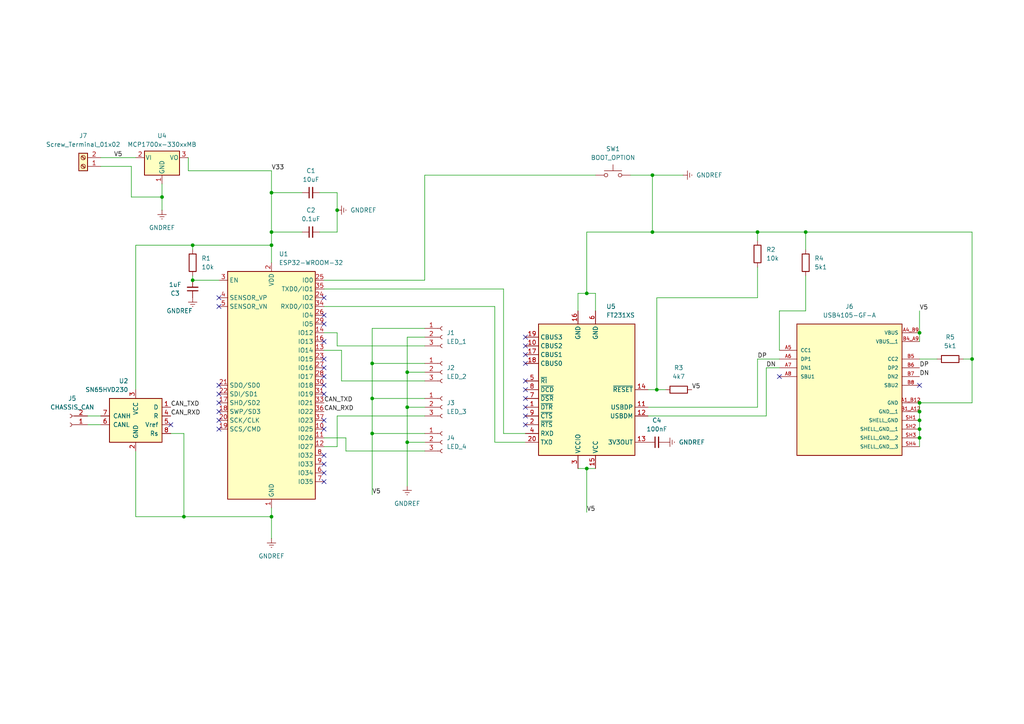
<source format=kicad_sch>
(kicad_sch
	(version 20250114)
	(generator "eeschema")
	(generator_version "9.0")
	(uuid "cbd261f5-f3d0-479a-a94f-73e9fd90407a")
	(paper "A4")
	(lib_symbols
		(symbol "Connector:Conn_01x02_Socket"
			(pin_names
				(offset 1.016)
				(hide yes)
			)
			(exclude_from_sim no)
			(in_bom yes)
			(on_board yes)
			(property "Reference" "J"
				(at 0 2.54 0)
				(effects
					(font
						(size 1.27 1.27)
					)
				)
			)
			(property "Value" "Conn_01x02_Socket"
				(at 0 -5.08 0)
				(effects
					(font
						(size 1.27 1.27)
					)
				)
			)
			(property "Footprint" ""
				(at 0 0 0)
				(effects
					(font
						(size 1.27 1.27)
					)
					(hide yes)
				)
			)
			(property "Datasheet" "~"
				(at 0 0 0)
				(effects
					(font
						(size 1.27 1.27)
					)
					(hide yes)
				)
			)
			(property "Description" "Generic connector, single row, 01x02, script generated"
				(at 0 0 0)
				(effects
					(font
						(size 1.27 1.27)
					)
					(hide yes)
				)
			)
			(property "ki_locked" ""
				(at 0 0 0)
				(effects
					(font
						(size 1.27 1.27)
					)
				)
			)
			(property "ki_keywords" "connector"
				(at 0 0 0)
				(effects
					(font
						(size 1.27 1.27)
					)
					(hide yes)
				)
			)
			(property "ki_fp_filters" "Connector*:*_1x??_*"
				(at 0 0 0)
				(effects
					(font
						(size 1.27 1.27)
					)
					(hide yes)
				)
			)
			(symbol "Conn_01x02_Socket_1_1"
				(polyline
					(pts
						(xy -1.27 0) (xy -0.508 0)
					)
					(stroke
						(width 0.1524)
						(type default)
					)
					(fill
						(type none)
					)
				)
				(polyline
					(pts
						(xy -1.27 -2.54) (xy -0.508 -2.54)
					)
					(stroke
						(width 0.1524)
						(type default)
					)
					(fill
						(type none)
					)
				)
				(arc
					(start 0 -0.508)
					(mid -0.5058 0)
					(end 0 0.508)
					(stroke
						(width 0.1524)
						(type default)
					)
					(fill
						(type none)
					)
				)
				(arc
					(start 0 -3.048)
					(mid -0.5058 -2.54)
					(end 0 -2.032)
					(stroke
						(width 0.1524)
						(type default)
					)
					(fill
						(type none)
					)
				)
				(pin passive line
					(at -5.08 0 0)
					(length 3.81)
					(name "Pin_1"
						(effects
							(font
								(size 1.27 1.27)
							)
						)
					)
					(number "1"
						(effects
							(font
								(size 1.27 1.27)
							)
						)
					)
				)
				(pin passive line
					(at -5.08 -2.54 0)
					(length 3.81)
					(name "Pin_2"
						(effects
							(font
								(size 1.27 1.27)
							)
						)
					)
					(number "2"
						(effects
							(font
								(size 1.27 1.27)
							)
						)
					)
				)
			)
			(embedded_fonts no)
		)
		(symbol "Connector:Conn_01x03_Socket"
			(pin_names
				(offset 1.016)
				(hide yes)
			)
			(exclude_from_sim no)
			(in_bom yes)
			(on_board yes)
			(property "Reference" "J"
				(at 0 5.08 0)
				(effects
					(font
						(size 1.27 1.27)
					)
				)
			)
			(property "Value" "Conn_01x03_Socket"
				(at 0 -5.08 0)
				(effects
					(font
						(size 1.27 1.27)
					)
				)
			)
			(property "Footprint" ""
				(at 0 0 0)
				(effects
					(font
						(size 1.27 1.27)
					)
					(hide yes)
				)
			)
			(property "Datasheet" "~"
				(at 0 0 0)
				(effects
					(font
						(size 1.27 1.27)
					)
					(hide yes)
				)
			)
			(property "Description" "Generic connector, single row, 01x03, script generated"
				(at 0 0 0)
				(effects
					(font
						(size 1.27 1.27)
					)
					(hide yes)
				)
			)
			(property "ki_locked" ""
				(at 0 0 0)
				(effects
					(font
						(size 1.27 1.27)
					)
				)
			)
			(property "ki_keywords" "connector"
				(at 0 0 0)
				(effects
					(font
						(size 1.27 1.27)
					)
					(hide yes)
				)
			)
			(property "ki_fp_filters" "Connector*:*_1x??_*"
				(at 0 0 0)
				(effects
					(font
						(size 1.27 1.27)
					)
					(hide yes)
				)
			)
			(symbol "Conn_01x03_Socket_1_1"
				(polyline
					(pts
						(xy -1.27 2.54) (xy -0.508 2.54)
					)
					(stroke
						(width 0.1524)
						(type default)
					)
					(fill
						(type none)
					)
				)
				(polyline
					(pts
						(xy -1.27 0) (xy -0.508 0)
					)
					(stroke
						(width 0.1524)
						(type default)
					)
					(fill
						(type none)
					)
				)
				(polyline
					(pts
						(xy -1.27 -2.54) (xy -0.508 -2.54)
					)
					(stroke
						(width 0.1524)
						(type default)
					)
					(fill
						(type none)
					)
				)
				(arc
					(start 0 2.032)
					(mid -0.5058 2.54)
					(end 0 3.048)
					(stroke
						(width 0.1524)
						(type default)
					)
					(fill
						(type none)
					)
				)
				(arc
					(start 0 -0.508)
					(mid -0.5058 0)
					(end 0 0.508)
					(stroke
						(width 0.1524)
						(type default)
					)
					(fill
						(type none)
					)
				)
				(arc
					(start 0 -3.048)
					(mid -0.5058 -2.54)
					(end 0 -2.032)
					(stroke
						(width 0.1524)
						(type default)
					)
					(fill
						(type none)
					)
				)
				(pin passive line
					(at -5.08 2.54 0)
					(length 3.81)
					(name "Pin_1"
						(effects
							(font
								(size 1.27 1.27)
							)
						)
					)
					(number "1"
						(effects
							(font
								(size 1.27 1.27)
							)
						)
					)
				)
				(pin passive line
					(at -5.08 0 0)
					(length 3.81)
					(name "Pin_2"
						(effects
							(font
								(size 1.27 1.27)
							)
						)
					)
					(number "2"
						(effects
							(font
								(size 1.27 1.27)
							)
						)
					)
				)
				(pin passive line
					(at -5.08 -2.54 0)
					(length 3.81)
					(name "Pin_3"
						(effects
							(font
								(size 1.27 1.27)
							)
						)
					)
					(number "3"
						(effects
							(font
								(size 1.27 1.27)
							)
						)
					)
				)
			)
			(embedded_fonts no)
		)
		(symbol "Connector:Screw_Terminal_01x02"
			(pin_names
				(offset 1.016)
				(hide yes)
			)
			(exclude_from_sim no)
			(in_bom yes)
			(on_board yes)
			(property "Reference" "J"
				(at 0 2.54 0)
				(effects
					(font
						(size 1.27 1.27)
					)
				)
			)
			(property "Value" "Screw_Terminal_01x02"
				(at 0 -5.08 0)
				(effects
					(font
						(size 1.27 1.27)
					)
				)
			)
			(property "Footprint" ""
				(at 0 0 0)
				(effects
					(font
						(size 1.27 1.27)
					)
					(hide yes)
				)
			)
			(property "Datasheet" "~"
				(at 0 0 0)
				(effects
					(font
						(size 1.27 1.27)
					)
					(hide yes)
				)
			)
			(property "Description" "Generic screw terminal, single row, 01x02, script generated (kicad-library-utils/schlib/autogen/connector/)"
				(at 0 0 0)
				(effects
					(font
						(size 1.27 1.27)
					)
					(hide yes)
				)
			)
			(property "ki_keywords" "screw terminal"
				(at 0 0 0)
				(effects
					(font
						(size 1.27 1.27)
					)
					(hide yes)
				)
			)
			(property "ki_fp_filters" "TerminalBlock*:*"
				(at 0 0 0)
				(effects
					(font
						(size 1.27 1.27)
					)
					(hide yes)
				)
			)
			(symbol "Screw_Terminal_01x02_1_1"
				(rectangle
					(start -1.27 1.27)
					(end 1.27 -3.81)
					(stroke
						(width 0.254)
						(type default)
					)
					(fill
						(type background)
					)
				)
				(polyline
					(pts
						(xy -0.5334 0.3302) (xy 0.3302 -0.508)
					)
					(stroke
						(width 0.1524)
						(type default)
					)
					(fill
						(type none)
					)
				)
				(polyline
					(pts
						(xy -0.5334 -2.2098) (xy 0.3302 -3.048)
					)
					(stroke
						(width 0.1524)
						(type default)
					)
					(fill
						(type none)
					)
				)
				(polyline
					(pts
						(xy -0.3556 0.508) (xy 0.508 -0.3302)
					)
					(stroke
						(width 0.1524)
						(type default)
					)
					(fill
						(type none)
					)
				)
				(polyline
					(pts
						(xy -0.3556 -2.032) (xy 0.508 -2.8702)
					)
					(stroke
						(width 0.1524)
						(type default)
					)
					(fill
						(type none)
					)
				)
				(circle
					(center 0 0)
					(radius 0.635)
					(stroke
						(width 0.1524)
						(type default)
					)
					(fill
						(type none)
					)
				)
				(circle
					(center 0 -2.54)
					(radius 0.635)
					(stroke
						(width 0.1524)
						(type default)
					)
					(fill
						(type none)
					)
				)
				(pin passive line
					(at -5.08 0 0)
					(length 3.81)
					(name "Pin_1"
						(effects
							(font
								(size 1.27 1.27)
							)
						)
					)
					(number "1"
						(effects
							(font
								(size 1.27 1.27)
							)
						)
					)
				)
				(pin passive line
					(at -5.08 -2.54 0)
					(length 3.81)
					(name "Pin_2"
						(effects
							(font
								(size 1.27 1.27)
							)
						)
					)
					(number "2"
						(effects
							(font
								(size 1.27 1.27)
							)
						)
					)
				)
			)
			(embedded_fonts no)
		)
		(symbol "Device:C_Small"
			(pin_numbers
				(hide yes)
			)
			(pin_names
				(offset 0.254)
				(hide yes)
			)
			(exclude_from_sim no)
			(in_bom yes)
			(on_board yes)
			(property "Reference" "C"
				(at 0.254 1.778 0)
				(effects
					(font
						(size 1.27 1.27)
					)
					(justify left)
				)
			)
			(property "Value" "C_Small"
				(at 0.254 -2.032 0)
				(effects
					(font
						(size 1.27 1.27)
					)
					(justify left)
				)
			)
			(property "Footprint" ""
				(at 0 0 0)
				(effects
					(font
						(size 1.27 1.27)
					)
					(hide yes)
				)
			)
			(property "Datasheet" "~"
				(at 0 0 0)
				(effects
					(font
						(size 1.27 1.27)
					)
					(hide yes)
				)
			)
			(property "Description" "Unpolarized capacitor, small symbol"
				(at 0 0 0)
				(effects
					(font
						(size 1.27 1.27)
					)
					(hide yes)
				)
			)
			(property "ki_keywords" "capacitor cap"
				(at 0 0 0)
				(effects
					(font
						(size 1.27 1.27)
					)
					(hide yes)
				)
			)
			(property "ki_fp_filters" "C_*"
				(at 0 0 0)
				(effects
					(font
						(size 1.27 1.27)
					)
					(hide yes)
				)
			)
			(symbol "C_Small_0_1"
				(polyline
					(pts
						(xy -1.524 0.508) (xy 1.524 0.508)
					)
					(stroke
						(width 0.3048)
						(type default)
					)
					(fill
						(type none)
					)
				)
				(polyline
					(pts
						(xy -1.524 -0.508) (xy 1.524 -0.508)
					)
					(stroke
						(width 0.3302)
						(type default)
					)
					(fill
						(type none)
					)
				)
			)
			(symbol "C_Small_1_1"
				(pin passive line
					(at 0 2.54 270)
					(length 2.032)
					(name "~"
						(effects
							(font
								(size 1.27 1.27)
							)
						)
					)
					(number "1"
						(effects
							(font
								(size 1.27 1.27)
							)
						)
					)
				)
				(pin passive line
					(at 0 -2.54 90)
					(length 2.032)
					(name "~"
						(effects
							(font
								(size 1.27 1.27)
							)
						)
					)
					(number "2"
						(effects
							(font
								(size 1.27 1.27)
							)
						)
					)
				)
			)
			(embedded_fonts no)
		)
		(symbol "Device:R"
			(pin_numbers
				(hide yes)
			)
			(pin_names
				(offset 0)
			)
			(exclude_from_sim no)
			(in_bom yes)
			(on_board yes)
			(property "Reference" "R"
				(at 2.032 0 90)
				(effects
					(font
						(size 1.27 1.27)
					)
				)
			)
			(property "Value" "R"
				(at 0 0 90)
				(effects
					(font
						(size 1.27 1.27)
					)
				)
			)
			(property "Footprint" ""
				(at -1.778 0 90)
				(effects
					(font
						(size 1.27 1.27)
					)
					(hide yes)
				)
			)
			(property "Datasheet" "~"
				(at 0 0 0)
				(effects
					(font
						(size 1.27 1.27)
					)
					(hide yes)
				)
			)
			(property "Description" "Resistor"
				(at 0 0 0)
				(effects
					(font
						(size 1.27 1.27)
					)
					(hide yes)
				)
			)
			(property "ki_keywords" "R res resistor"
				(at 0 0 0)
				(effects
					(font
						(size 1.27 1.27)
					)
					(hide yes)
				)
			)
			(property "ki_fp_filters" "R_*"
				(at 0 0 0)
				(effects
					(font
						(size 1.27 1.27)
					)
					(hide yes)
				)
			)
			(symbol "R_0_1"
				(rectangle
					(start -1.016 -2.54)
					(end 1.016 2.54)
					(stroke
						(width 0.254)
						(type default)
					)
					(fill
						(type none)
					)
				)
			)
			(symbol "R_1_1"
				(pin passive line
					(at 0 3.81 270)
					(length 1.27)
					(name "~"
						(effects
							(font
								(size 1.27 1.27)
							)
						)
					)
					(number "1"
						(effects
							(font
								(size 1.27 1.27)
							)
						)
					)
				)
				(pin passive line
					(at 0 -3.81 90)
					(length 1.27)
					(name "~"
						(effects
							(font
								(size 1.27 1.27)
							)
						)
					)
					(number "2"
						(effects
							(font
								(size 1.27 1.27)
							)
						)
					)
				)
			)
			(embedded_fonts no)
		)
		(symbol "Interface_CAN_LIN:SN65HVD230"
			(pin_names
				(offset 1.016)
			)
			(exclude_from_sim no)
			(in_bom yes)
			(on_board yes)
			(property "Reference" "U"
				(at -2.54 10.16 0)
				(effects
					(font
						(size 1.27 1.27)
					)
					(justify right)
				)
			)
			(property "Value" "SN65HVD230"
				(at -2.54 7.62 0)
				(effects
					(font
						(size 1.27 1.27)
					)
					(justify right)
				)
			)
			(property "Footprint" "Package_SO:SOIC-8_3.9x4.9mm_P1.27mm"
				(at 0 -12.7 0)
				(effects
					(font
						(size 1.27 1.27)
					)
					(hide yes)
				)
			)
			(property "Datasheet" "http://www.ti.com/lit/ds/symlink/sn65hvd230.pdf"
				(at -2.54 10.16 0)
				(effects
					(font
						(size 1.27 1.27)
					)
					(hide yes)
				)
			)
			(property "Description" "CAN Bus Transceivers, 3.3V, 1Mbps, Low-Power capabilities, SOIC-8"
				(at 0 0 0)
				(effects
					(font
						(size 1.27 1.27)
					)
					(hide yes)
				)
			)
			(property "ki_keywords" "can transeiver ti low-power"
				(at 0 0 0)
				(effects
					(font
						(size 1.27 1.27)
					)
					(hide yes)
				)
			)
			(property "ki_fp_filters" "SOIC*3.9x4.9mm*P1.27mm*"
				(at 0 0 0)
				(effects
					(font
						(size 1.27 1.27)
					)
					(hide yes)
				)
			)
			(symbol "SN65HVD230_0_1"
				(rectangle
					(start -7.62 5.08)
					(end 7.62 -7.62)
					(stroke
						(width 0.254)
						(type default)
					)
					(fill
						(type background)
					)
				)
			)
			(symbol "SN65HVD230_1_1"
				(pin input line
					(at -10.16 2.54 0)
					(length 2.54)
					(name "D"
						(effects
							(font
								(size 1.27 1.27)
							)
						)
					)
					(number "1"
						(effects
							(font
								(size 1.27 1.27)
							)
						)
					)
				)
				(pin output line
					(at -10.16 0 0)
					(length 2.54)
					(name "R"
						(effects
							(font
								(size 1.27 1.27)
							)
						)
					)
					(number "4"
						(effects
							(font
								(size 1.27 1.27)
							)
						)
					)
				)
				(pin output line
					(at -10.16 -2.54 0)
					(length 2.54)
					(name "Vref"
						(effects
							(font
								(size 1.27 1.27)
							)
						)
					)
					(number "5"
						(effects
							(font
								(size 1.27 1.27)
							)
						)
					)
				)
				(pin input line
					(at -10.16 -5.08 0)
					(length 2.54)
					(name "Rs"
						(effects
							(font
								(size 1.27 1.27)
							)
						)
					)
					(number "8"
						(effects
							(font
								(size 1.27 1.27)
							)
						)
					)
				)
				(pin power_in line
					(at 0 7.62 270)
					(length 2.54)
					(name "VCC"
						(effects
							(font
								(size 1.27 1.27)
							)
						)
					)
					(number "3"
						(effects
							(font
								(size 1.27 1.27)
							)
						)
					)
				)
				(pin power_in line
					(at 0 -10.16 90)
					(length 2.54)
					(name "GND"
						(effects
							(font
								(size 1.27 1.27)
							)
						)
					)
					(number "2"
						(effects
							(font
								(size 1.27 1.27)
							)
						)
					)
				)
				(pin bidirectional line
					(at 10.16 0 180)
					(length 2.54)
					(name "CANH"
						(effects
							(font
								(size 1.27 1.27)
							)
						)
					)
					(number "7"
						(effects
							(font
								(size 1.27 1.27)
							)
						)
					)
				)
				(pin bidirectional line
					(at 10.16 -2.54 180)
					(length 2.54)
					(name "CANL"
						(effects
							(font
								(size 1.27 1.27)
							)
						)
					)
					(number "6"
						(effects
							(font
								(size 1.27 1.27)
							)
						)
					)
				)
			)
			(embedded_fonts no)
		)
		(symbol "Interface_USB:FT231XS"
			(exclude_from_sim no)
			(in_bom yes)
			(on_board yes)
			(property "Reference" "U"
				(at -13.97 20.32 0)
				(effects
					(font
						(size 1.27 1.27)
					)
					(justify left)
				)
			)
			(property "Value" "FT231XS"
				(at 7.62 20.32 0)
				(effects
					(font
						(size 1.27 1.27)
					)
					(justify left)
				)
			)
			(property "Footprint" "Package_SO:SSOP-20_3.9x8.7mm_P0.635mm"
				(at 25.4 -20.32 0)
				(effects
					(font
						(size 1.27 1.27)
					)
					(hide yes)
				)
			)
			(property "Datasheet" "https://www.ftdichip.com/Support/Documents/DataSheets/ICs/DS_FT231X.pdf"
				(at 0 0 0)
				(effects
					(font
						(size 1.27 1.27)
					)
					(hide yes)
				)
			)
			(property "Description" "Full Speed USB to Full Handshake UART, SSOP-20"
				(at 0 0 0)
				(effects
					(font
						(size 1.27 1.27)
					)
					(hide yes)
				)
			)
			(property "ki_keywords" "FTDI USB UART interface converter"
				(at 0 0 0)
				(effects
					(font
						(size 1.27 1.27)
					)
					(hide yes)
				)
			)
			(property "ki_fp_filters" "*SSOP*3.9x8.7mm*P0.635mm*"
				(at 0 0 0)
				(effects
					(font
						(size 1.27 1.27)
					)
					(hide yes)
				)
			)
			(symbol "FT231XS_0_1"
				(rectangle
					(start -13.97 19.05)
					(end 13.97 -19.05)
					(stroke
						(width 0.254)
						(type default)
					)
					(fill
						(type background)
					)
				)
			)
			(symbol "FT231XS_1_1"
				(pin power_out line
					(at -17.78 15.24 0)
					(length 3.81)
					(name "3V3OUT"
						(effects
							(font
								(size 1.27 1.27)
							)
						)
					)
					(number "13"
						(effects
							(font
								(size 1.27 1.27)
							)
						)
					)
				)
				(pin bidirectional line
					(at -17.78 7.62 0)
					(length 3.81)
					(name "USBDM"
						(effects
							(font
								(size 1.27 1.27)
							)
						)
					)
					(number "12"
						(effects
							(font
								(size 1.27 1.27)
							)
						)
					)
				)
				(pin bidirectional line
					(at -17.78 5.08 0)
					(length 3.81)
					(name "USBDP"
						(effects
							(font
								(size 1.27 1.27)
							)
						)
					)
					(number "11"
						(effects
							(font
								(size 1.27 1.27)
							)
						)
					)
				)
				(pin input line
					(at -17.78 0 0)
					(length 3.81)
					(name "~{RESET}"
						(effects
							(font
								(size 1.27 1.27)
							)
						)
					)
					(number "14"
						(effects
							(font
								(size 1.27 1.27)
							)
						)
					)
				)
				(pin power_in line
					(at -2.54 22.86 270)
					(length 3.81)
					(name "VCC"
						(effects
							(font
								(size 1.27 1.27)
							)
						)
					)
					(number "15"
						(effects
							(font
								(size 1.27 1.27)
							)
						)
					)
				)
				(pin power_in line
					(at -2.54 -22.86 90)
					(length 3.81)
					(name "GND"
						(effects
							(font
								(size 1.27 1.27)
							)
						)
					)
					(number "6"
						(effects
							(font
								(size 1.27 1.27)
							)
						)
					)
				)
				(pin power_in line
					(at 2.54 22.86 270)
					(length 3.81)
					(name "VCCIO"
						(effects
							(font
								(size 1.27 1.27)
							)
						)
					)
					(number "3"
						(effects
							(font
								(size 1.27 1.27)
							)
						)
					)
				)
				(pin power_in line
					(at 2.54 -22.86 90)
					(length 3.81)
					(name "GND"
						(effects
							(font
								(size 1.27 1.27)
							)
						)
					)
					(number "16"
						(effects
							(font
								(size 1.27 1.27)
							)
						)
					)
				)
				(pin output line
					(at 17.78 15.24 180)
					(length 3.81)
					(name "TXD"
						(effects
							(font
								(size 1.27 1.27)
							)
						)
					)
					(number "20"
						(effects
							(font
								(size 1.27 1.27)
							)
						)
					)
				)
				(pin input line
					(at 17.78 12.7 180)
					(length 3.81)
					(name "RXD"
						(effects
							(font
								(size 1.27 1.27)
							)
						)
					)
					(number "4"
						(effects
							(font
								(size 1.27 1.27)
							)
						)
					)
				)
				(pin output line
					(at 17.78 10.16 180)
					(length 3.81)
					(name "~{RTS}"
						(effects
							(font
								(size 1.27 1.27)
							)
						)
					)
					(number "2"
						(effects
							(font
								(size 1.27 1.27)
							)
						)
					)
				)
				(pin input line
					(at 17.78 7.62 180)
					(length 3.81)
					(name "~{CTS}"
						(effects
							(font
								(size 1.27 1.27)
							)
						)
					)
					(number "9"
						(effects
							(font
								(size 1.27 1.27)
							)
						)
					)
				)
				(pin output line
					(at 17.78 5.08 180)
					(length 3.81)
					(name "~{DTR}"
						(effects
							(font
								(size 1.27 1.27)
							)
						)
					)
					(number "1"
						(effects
							(font
								(size 1.27 1.27)
							)
						)
					)
				)
				(pin input line
					(at 17.78 2.54 180)
					(length 3.81)
					(name "~{DSR}"
						(effects
							(font
								(size 1.27 1.27)
							)
						)
					)
					(number "7"
						(effects
							(font
								(size 1.27 1.27)
							)
						)
					)
				)
				(pin input line
					(at 17.78 0 180)
					(length 3.81)
					(name "~{DCD}"
						(effects
							(font
								(size 1.27 1.27)
							)
						)
					)
					(number "8"
						(effects
							(font
								(size 1.27 1.27)
							)
						)
					)
				)
				(pin input line
					(at 17.78 -2.54 180)
					(length 3.81)
					(name "~{RI}"
						(effects
							(font
								(size 1.27 1.27)
							)
						)
					)
					(number "5"
						(effects
							(font
								(size 1.27 1.27)
							)
						)
					)
				)
				(pin bidirectional line
					(at 17.78 -7.62 180)
					(length 3.81)
					(name "CBUS0"
						(effects
							(font
								(size 1.27 1.27)
							)
						)
					)
					(number "18"
						(effects
							(font
								(size 1.27 1.27)
							)
						)
					)
				)
				(pin bidirectional line
					(at 17.78 -10.16 180)
					(length 3.81)
					(name "CBUS1"
						(effects
							(font
								(size 1.27 1.27)
							)
						)
					)
					(number "17"
						(effects
							(font
								(size 1.27 1.27)
							)
						)
					)
				)
				(pin bidirectional line
					(at 17.78 -12.7 180)
					(length 3.81)
					(name "CBUS2"
						(effects
							(font
								(size 1.27 1.27)
							)
						)
					)
					(number "10"
						(effects
							(font
								(size 1.27 1.27)
							)
						)
					)
				)
				(pin bidirectional line
					(at 17.78 -15.24 180)
					(length 3.81)
					(name "CBUS3"
						(effects
							(font
								(size 1.27 1.27)
							)
						)
					)
					(number "19"
						(effects
							(font
								(size 1.27 1.27)
							)
						)
					)
				)
			)
			(embedded_fonts no)
		)
		(symbol "RF_Module:ESP32-WROOM-32"
			(exclude_from_sim no)
			(in_bom yes)
			(on_board yes)
			(property "Reference" "U"
				(at -12.7 34.29 0)
				(effects
					(font
						(size 1.27 1.27)
					)
					(justify left)
				)
			)
			(property "Value" "ESP32-WROOM-32"
				(at 1.27 34.29 0)
				(effects
					(font
						(size 1.27 1.27)
					)
					(justify left)
				)
			)
			(property "Footprint" "RF_Module:ESP32-WROOM-32"
				(at 0 -38.1 0)
				(effects
					(font
						(size 1.27 1.27)
					)
					(hide yes)
				)
			)
			(property "Datasheet" "https://www.espressif.com/sites/default/files/documentation/esp32-wroom-32_datasheet_en.pdf"
				(at -7.62 1.27 0)
				(effects
					(font
						(size 1.27 1.27)
					)
					(hide yes)
				)
			)
			(property "Description" "RF Module, ESP32-D0WDQ6 SoC, Wi-Fi 802.11b/g/n, Bluetooth, BLE, 32-bit, 2.7-3.6V, onboard antenna, SMD"
				(at 0 0 0)
				(effects
					(font
						(size 1.27 1.27)
					)
					(hide yes)
				)
			)
			(property "ki_keywords" "RF Radio BT ESP ESP32 Espressif onboard PCB antenna"
				(at 0 0 0)
				(effects
					(font
						(size 1.27 1.27)
					)
					(hide yes)
				)
			)
			(property "ki_fp_filters" "ESP32?WROOM?32*"
				(at 0 0 0)
				(effects
					(font
						(size 1.27 1.27)
					)
					(hide yes)
				)
			)
			(symbol "ESP32-WROOM-32_0_1"
				(rectangle
					(start -12.7 33.02)
					(end 12.7 -33.02)
					(stroke
						(width 0.254)
						(type default)
					)
					(fill
						(type background)
					)
				)
			)
			(symbol "ESP32-WROOM-32_1_1"
				(pin input line
					(at -15.24 30.48 0)
					(length 2.54)
					(name "EN"
						(effects
							(font
								(size 1.27 1.27)
							)
						)
					)
					(number "3"
						(effects
							(font
								(size 1.27 1.27)
							)
						)
					)
				)
				(pin input line
					(at -15.24 25.4 0)
					(length 2.54)
					(name "SENSOR_VP"
						(effects
							(font
								(size 1.27 1.27)
							)
						)
					)
					(number "4"
						(effects
							(font
								(size 1.27 1.27)
							)
						)
					)
				)
				(pin input line
					(at -15.24 22.86 0)
					(length 2.54)
					(name "SENSOR_VN"
						(effects
							(font
								(size 1.27 1.27)
							)
						)
					)
					(number "5"
						(effects
							(font
								(size 1.27 1.27)
							)
						)
					)
				)
				(pin bidirectional line
					(at -15.24 0 0)
					(length 2.54)
					(name "SDO/SD0"
						(effects
							(font
								(size 1.27 1.27)
							)
						)
					)
					(number "21"
						(effects
							(font
								(size 1.27 1.27)
							)
						)
					)
				)
				(pin bidirectional line
					(at -15.24 -2.54 0)
					(length 2.54)
					(name "SDI/SD1"
						(effects
							(font
								(size 1.27 1.27)
							)
						)
					)
					(number "22"
						(effects
							(font
								(size 1.27 1.27)
							)
						)
					)
				)
				(pin bidirectional line
					(at -15.24 -5.08 0)
					(length 2.54)
					(name "SHD/SD2"
						(effects
							(font
								(size 1.27 1.27)
							)
						)
					)
					(number "17"
						(effects
							(font
								(size 1.27 1.27)
							)
						)
					)
				)
				(pin bidirectional line
					(at -15.24 -7.62 0)
					(length 2.54)
					(name "SWP/SD3"
						(effects
							(font
								(size 1.27 1.27)
							)
						)
					)
					(number "18"
						(effects
							(font
								(size 1.27 1.27)
							)
						)
					)
				)
				(pin bidirectional line
					(at -15.24 -10.16 0)
					(length 2.54)
					(name "SCK/CLK"
						(effects
							(font
								(size 1.27 1.27)
							)
						)
					)
					(number "20"
						(effects
							(font
								(size 1.27 1.27)
							)
						)
					)
				)
				(pin bidirectional line
					(at -15.24 -12.7 0)
					(length 2.54)
					(name "SCS/CMD"
						(effects
							(font
								(size 1.27 1.27)
							)
						)
					)
					(number "19"
						(effects
							(font
								(size 1.27 1.27)
							)
						)
					)
				)
				(pin no_connect line
					(at -12.7 -27.94 0)
					(length 2.54)
					(hide yes)
					(name "NC"
						(effects
							(font
								(size 1.27 1.27)
							)
						)
					)
					(number "32"
						(effects
							(font
								(size 1.27 1.27)
							)
						)
					)
				)
				(pin power_in line
					(at 0 35.56 270)
					(length 2.54)
					(name "VDD"
						(effects
							(font
								(size 1.27 1.27)
							)
						)
					)
					(number "2"
						(effects
							(font
								(size 1.27 1.27)
							)
						)
					)
				)
				(pin power_in line
					(at 0 -35.56 90)
					(length 2.54)
					(name "GND"
						(effects
							(font
								(size 1.27 1.27)
							)
						)
					)
					(number "1"
						(effects
							(font
								(size 1.27 1.27)
							)
						)
					)
				)
				(pin passive line
					(at 0 -35.56 90)
					(length 2.54)
					(hide yes)
					(name "GND"
						(effects
							(font
								(size 1.27 1.27)
							)
						)
					)
					(number "15"
						(effects
							(font
								(size 1.27 1.27)
							)
						)
					)
				)
				(pin passive line
					(at 0 -35.56 90)
					(length 2.54)
					(hide yes)
					(name "GND"
						(effects
							(font
								(size 1.27 1.27)
							)
						)
					)
					(number "38"
						(effects
							(font
								(size 1.27 1.27)
							)
						)
					)
				)
				(pin passive line
					(at 0 -35.56 90)
					(length 2.54)
					(hide yes)
					(name "GND"
						(effects
							(font
								(size 1.27 1.27)
							)
						)
					)
					(number "39"
						(effects
							(font
								(size 1.27 1.27)
							)
						)
					)
				)
				(pin bidirectional line
					(at 15.24 30.48 180)
					(length 2.54)
					(name "IO0"
						(effects
							(font
								(size 1.27 1.27)
							)
						)
					)
					(number "25"
						(effects
							(font
								(size 1.27 1.27)
							)
						)
					)
				)
				(pin bidirectional line
					(at 15.24 27.94 180)
					(length 2.54)
					(name "TXD0/IO1"
						(effects
							(font
								(size 1.27 1.27)
							)
						)
					)
					(number "35"
						(effects
							(font
								(size 1.27 1.27)
							)
						)
					)
				)
				(pin bidirectional line
					(at 15.24 25.4 180)
					(length 2.54)
					(name "IO2"
						(effects
							(font
								(size 1.27 1.27)
							)
						)
					)
					(number "24"
						(effects
							(font
								(size 1.27 1.27)
							)
						)
					)
				)
				(pin bidirectional line
					(at 15.24 22.86 180)
					(length 2.54)
					(name "RXD0/IO3"
						(effects
							(font
								(size 1.27 1.27)
							)
						)
					)
					(number "34"
						(effects
							(font
								(size 1.27 1.27)
							)
						)
					)
				)
				(pin bidirectional line
					(at 15.24 20.32 180)
					(length 2.54)
					(name "IO4"
						(effects
							(font
								(size 1.27 1.27)
							)
						)
					)
					(number "26"
						(effects
							(font
								(size 1.27 1.27)
							)
						)
					)
				)
				(pin bidirectional line
					(at 15.24 17.78 180)
					(length 2.54)
					(name "IO5"
						(effects
							(font
								(size 1.27 1.27)
							)
						)
					)
					(number "29"
						(effects
							(font
								(size 1.27 1.27)
							)
						)
					)
				)
				(pin bidirectional line
					(at 15.24 15.24 180)
					(length 2.54)
					(name "IO12"
						(effects
							(font
								(size 1.27 1.27)
							)
						)
					)
					(number "14"
						(effects
							(font
								(size 1.27 1.27)
							)
						)
					)
				)
				(pin bidirectional line
					(at 15.24 12.7 180)
					(length 2.54)
					(name "IO13"
						(effects
							(font
								(size 1.27 1.27)
							)
						)
					)
					(number "16"
						(effects
							(font
								(size 1.27 1.27)
							)
						)
					)
				)
				(pin bidirectional line
					(at 15.24 10.16 180)
					(length 2.54)
					(name "IO14"
						(effects
							(font
								(size 1.27 1.27)
							)
						)
					)
					(number "13"
						(effects
							(font
								(size 1.27 1.27)
							)
						)
					)
				)
				(pin bidirectional line
					(at 15.24 7.62 180)
					(length 2.54)
					(name "IO15"
						(effects
							(font
								(size 1.27 1.27)
							)
						)
					)
					(number "23"
						(effects
							(font
								(size 1.27 1.27)
							)
						)
					)
				)
				(pin bidirectional line
					(at 15.24 5.08 180)
					(length 2.54)
					(name "IO16"
						(effects
							(font
								(size 1.27 1.27)
							)
						)
					)
					(number "27"
						(effects
							(font
								(size 1.27 1.27)
							)
						)
					)
				)
				(pin bidirectional line
					(at 15.24 2.54 180)
					(length 2.54)
					(name "IO17"
						(effects
							(font
								(size 1.27 1.27)
							)
						)
					)
					(number "28"
						(effects
							(font
								(size 1.27 1.27)
							)
						)
					)
				)
				(pin bidirectional line
					(at 15.24 0 180)
					(length 2.54)
					(name "IO18"
						(effects
							(font
								(size 1.27 1.27)
							)
						)
					)
					(number "30"
						(effects
							(font
								(size 1.27 1.27)
							)
						)
					)
				)
				(pin bidirectional line
					(at 15.24 -2.54 180)
					(length 2.54)
					(name "IO19"
						(effects
							(font
								(size 1.27 1.27)
							)
						)
					)
					(number "31"
						(effects
							(font
								(size 1.27 1.27)
							)
						)
					)
				)
				(pin bidirectional line
					(at 15.24 -5.08 180)
					(length 2.54)
					(name "IO21"
						(effects
							(font
								(size 1.27 1.27)
							)
						)
					)
					(number "33"
						(effects
							(font
								(size 1.27 1.27)
							)
						)
					)
				)
				(pin bidirectional line
					(at 15.24 -7.62 180)
					(length 2.54)
					(name "IO22"
						(effects
							(font
								(size 1.27 1.27)
							)
						)
					)
					(number "36"
						(effects
							(font
								(size 1.27 1.27)
							)
						)
					)
				)
				(pin bidirectional line
					(at 15.24 -10.16 180)
					(length 2.54)
					(name "IO23"
						(effects
							(font
								(size 1.27 1.27)
							)
						)
					)
					(number "37"
						(effects
							(font
								(size 1.27 1.27)
							)
						)
					)
				)
				(pin bidirectional line
					(at 15.24 -12.7 180)
					(length 2.54)
					(name "IO25"
						(effects
							(font
								(size 1.27 1.27)
							)
						)
					)
					(number "10"
						(effects
							(font
								(size 1.27 1.27)
							)
						)
					)
				)
				(pin bidirectional line
					(at 15.24 -15.24 180)
					(length 2.54)
					(name "IO26"
						(effects
							(font
								(size 1.27 1.27)
							)
						)
					)
					(number "11"
						(effects
							(font
								(size 1.27 1.27)
							)
						)
					)
				)
				(pin bidirectional line
					(at 15.24 -17.78 180)
					(length 2.54)
					(name "IO27"
						(effects
							(font
								(size 1.27 1.27)
							)
						)
					)
					(number "12"
						(effects
							(font
								(size 1.27 1.27)
							)
						)
					)
				)
				(pin bidirectional line
					(at 15.24 -20.32 180)
					(length 2.54)
					(name "IO32"
						(effects
							(font
								(size 1.27 1.27)
							)
						)
					)
					(number "8"
						(effects
							(font
								(size 1.27 1.27)
							)
						)
					)
				)
				(pin bidirectional line
					(at 15.24 -22.86 180)
					(length 2.54)
					(name "IO33"
						(effects
							(font
								(size 1.27 1.27)
							)
						)
					)
					(number "9"
						(effects
							(font
								(size 1.27 1.27)
							)
						)
					)
				)
				(pin input line
					(at 15.24 -25.4 180)
					(length 2.54)
					(name "IO34"
						(effects
							(font
								(size 1.27 1.27)
							)
						)
					)
					(number "6"
						(effects
							(font
								(size 1.27 1.27)
							)
						)
					)
				)
				(pin input line
					(at 15.24 -27.94 180)
					(length 2.54)
					(name "IO35"
						(effects
							(font
								(size 1.27 1.27)
							)
						)
					)
					(number "7"
						(effects
							(font
								(size 1.27 1.27)
							)
						)
					)
				)
			)
			(embedded_fonts no)
		)
		(symbol "Regulator_Linear:MCP1700x-330xxMB"
			(pin_names
				(offset 0.254)
			)
			(exclude_from_sim no)
			(in_bom yes)
			(on_board yes)
			(property "Reference" "U"
				(at -3.81 3.175 0)
				(effects
					(font
						(size 1.27 1.27)
					)
				)
			)
			(property "Value" "MCP1700x-330xxMB"
				(at 0 3.175 0)
				(effects
					(font
						(size 1.27 1.27)
					)
					(justify left)
				)
			)
			(property "Footprint" "Package_TO_SOT_SMD:SOT-89-3"
				(at 0 5.08 0)
				(effects
					(font
						(size 1.27 1.27)
					)
					(hide yes)
				)
			)
			(property "Datasheet" "http://ww1.microchip.com/downloads/en/DeviceDoc/20001826D.pdf"
				(at 0 -1.27 0)
				(effects
					(font
						(size 1.27 1.27)
					)
					(hide yes)
				)
			)
			(property "Description" "250mA Low Quiscent Current LDO, 3.3V output, SOT-89"
				(at 0 0 0)
				(effects
					(font
						(size 1.27 1.27)
					)
					(hide yes)
				)
			)
			(property "ki_keywords" "regulator linear ldo"
				(at 0 0 0)
				(effects
					(font
						(size 1.27 1.27)
					)
					(hide yes)
				)
			)
			(property "ki_fp_filters" "SOT?89*"
				(at 0 0 0)
				(effects
					(font
						(size 1.27 1.27)
					)
					(hide yes)
				)
			)
			(symbol "MCP1700x-330xxMB_0_1"
				(rectangle
					(start -5.08 -5.08)
					(end 5.08 1.905)
					(stroke
						(width 0.254)
						(type default)
					)
					(fill
						(type background)
					)
				)
			)
			(symbol "MCP1700x-330xxMB_1_1"
				(pin power_in line
					(at -7.62 0 0)
					(length 2.54)
					(name "VI"
						(effects
							(font
								(size 1.27 1.27)
							)
						)
					)
					(number "2"
						(effects
							(font
								(size 1.27 1.27)
							)
						)
					)
				)
				(pin power_in line
					(at 0 -7.62 90)
					(length 2.54)
					(name "GND"
						(effects
							(font
								(size 1.27 1.27)
							)
						)
					)
					(number "1"
						(effects
							(font
								(size 1.27 1.27)
							)
						)
					)
				)
				(pin power_out line
					(at 7.62 0 180)
					(length 2.54)
					(name "VO"
						(effects
							(font
								(size 1.27 1.27)
							)
						)
					)
					(number "3"
						(effects
							(font
								(size 1.27 1.27)
							)
						)
					)
				)
			)
			(embedded_fonts no)
		)
		(symbol "Switch:SW_Push"
			(pin_numbers
				(hide yes)
			)
			(pin_names
				(offset 1.016)
				(hide yes)
			)
			(exclude_from_sim no)
			(in_bom yes)
			(on_board yes)
			(property "Reference" "SW"
				(at 1.27 2.54 0)
				(effects
					(font
						(size 1.27 1.27)
					)
					(justify left)
				)
			)
			(property "Value" "SW_Push"
				(at 0 -1.524 0)
				(effects
					(font
						(size 1.27 1.27)
					)
				)
			)
			(property "Footprint" ""
				(at 0 5.08 0)
				(effects
					(font
						(size 1.27 1.27)
					)
					(hide yes)
				)
			)
			(property "Datasheet" "~"
				(at 0 5.08 0)
				(effects
					(font
						(size 1.27 1.27)
					)
					(hide yes)
				)
			)
			(property "Description" "Push button switch, generic, two pins"
				(at 0 0 0)
				(effects
					(font
						(size 1.27 1.27)
					)
					(hide yes)
				)
			)
			(property "ki_keywords" "switch normally-open pushbutton push-button"
				(at 0 0 0)
				(effects
					(font
						(size 1.27 1.27)
					)
					(hide yes)
				)
			)
			(symbol "SW_Push_0_1"
				(circle
					(center -2.032 0)
					(radius 0.508)
					(stroke
						(width 0)
						(type default)
					)
					(fill
						(type none)
					)
				)
				(polyline
					(pts
						(xy 0 1.27) (xy 0 3.048)
					)
					(stroke
						(width 0)
						(type default)
					)
					(fill
						(type none)
					)
				)
				(circle
					(center 2.032 0)
					(radius 0.508)
					(stroke
						(width 0)
						(type default)
					)
					(fill
						(type none)
					)
				)
				(polyline
					(pts
						(xy 2.54 1.27) (xy -2.54 1.27)
					)
					(stroke
						(width 0)
						(type default)
					)
					(fill
						(type none)
					)
				)
				(pin passive line
					(at -5.08 0 0)
					(length 2.54)
					(name "1"
						(effects
							(font
								(size 1.27 1.27)
							)
						)
					)
					(number "1"
						(effects
							(font
								(size 1.27 1.27)
							)
						)
					)
				)
				(pin passive line
					(at 5.08 0 180)
					(length 2.54)
					(name "2"
						(effects
							(font
								(size 1.27 1.27)
							)
						)
					)
					(number "2"
						(effects
							(font
								(size 1.27 1.27)
							)
						)
					)
				)
			)
			(embedded_fonts no)
		)
		(symbol "USB4105-GF-A:USB4105-GF-A"
			(pin_names
				(offset 1.016)
			)
			(exclude_from_sim no)
			(in_bom yes)
			(on_board yes)
			(property "Reference" "J"
				(at -15.24 13.97 0)
				(effects
					(font
						(size 1.27 1.27)
					)
					(justify left bottom)
				)
			)
			(property "Value" "USB4105-GF-A"
				(at -15.24 -27.94 0)
				(effects
					(font
						(size 1.27 1.27)
					)
					(justify left bottom)
				)
			)
			(property "Footprint" "USB4105-GF-A:GCT_USB4105-GF-A"
				(at 0 0 0)
				(effects
					(font
						(size 1.27 1.27)
					)
					(justify bottom)
					(hide yes)
				)
			)
			(property "Datasheet" ""
				(at 0 0 0)
				(effects
					(font
						(size 1.27 1.27)
					)
					(hide yes)
				)
			)
			(property "Description" ""
				(at 0 0 0)
				(effects
					(font
						(size 1.27 1.27)
					)
					(hide yes)
				)
			)
			(property "PARTREV" "B4"
				(at 0 0 0)
				(effects
					(font
						(size 1.27 1.27)
					)
					(justify bottom)
					(hide yes)
				)
			)
			(property "STANDARD" "Manufacturer Recommendations"
				(at 0 0 0)
				(effects
					(font
						(size 1.27 1.27)
					)
					(justify bottom)
					(hide yes)
				)
			)
			(property "MAXIMUM_PACKAGE_HEIGHT" "3.31 mm"
				(at 0 0 0)
				(effects
					(font
						(size 1.27 1.27)
					)
					(justify bottom)
					(hide yes)
				)
			)
			(property "MANUFACTURER" "GCT"
				(at 0 0 0)
				(effects
					(font
						(size 1.27 1.27)
					)
					(justify bottom)
					(hide yes)
				)
			)
			(symbol "USB4105-GF-A_0_0"
				(rectangle
					(start -15.24 -25.4)
					(end 15.24 12.7)
					(stroke
						(width 0.254)
						(type default)
					)
					(fill
						(type background)
					)
				)
				(pin bidirectional line
					(at -20.32 5.08 0)
					(length 5.08)
					(name "CC1"
						(effects
							(font
								(size 1.016 1.016)
							)
						)
					)
					(number "A5"
						(effects
							(font
								(size 1.016 1.016)
							)
						)
					)
				)
				(pin bidirectional line
					(at -20.32 2.54 0)
					(length 5.08)
					(name "DP1"
						(effects
							(font
								(size 1.016 1.016)
							)
						)
					)
					(number "A6"
						(effects
							(font
								(size 1.016 1.016)
							)
						)
					)
				)
				(pin bidirectional line
					(at -20.32 0 0)
					(length 5.08)
					(name "DN1"
						(effects
							(font
								(size 1.016 1.016)
							)
						)
					)
					(number "A7"
						(effects
							(font
								(size 1.016 1.016)
							)
						)
					)
				)
				(pin bidirectional line
					(at -20.32 -2.54 0)
					(length 5.08)
					(name "SBU1"
						(effects
							(font
								(size 1.016 1.016)
							)
						)
					)
					(number "A8"
						(effects
							(font
								(size 1.016 1.016)
							)
						)
					)
				)
				(pin power_in line
					(at 20.32 10.16 180)
					(length 5.08)
					(name "VBUS"
						(effects
							(font
								(size 1.016 1.016)
							)
						)
					)
					(number "A4_B9"
						(effects
							(font
								(size 1.016 1.016)
							)
						)
					)
				)
				(pin power_in line
					(at 20.32 7.62 180)
					(length 5.08)
					(name "VBUS__1"
						(effects
							(font
								(size 1.016 1.016)
							)
						)
					)
					(number "B4_A9"
						(effects
							(font
								(size 1.016 1.016)
							)
						)
					)
				)
				(pin bidirectional line
					(at 20.32 2.54 180)
					(length 5.08)
					(name "CC2"
						(effects
							(font
								(size 1.016 1.016)
							)
						)
					)
					(number "B5"
						(effects
							(font
								(size 1.016 1.016)
							)
						)
					)
				)
				(pin bidirectional line
					(at 20.32 0 180)
					(length 5.08)
					(name "DP2"
						(effects
							(font
								(size 1.016 1.016)
							)
						)
					)
					(number "B6"
						(effects
							(font
								(size 1.016 1.016)
							)
						)
					)
				)
				(pin bidirectional line
					(at 20.32 -2.54 180)
					(length 5.08)
					(name "DN2"
						(effects
							(font
								(size 1.016 1.016)
							)
						)
					)
					(number "B7"
						(effects
							(font
								(size 1.016 1.016)
							)
						)
					)
				)
				(pin bidirectional line
					(at 20.32 -5.08 180)
					(length 5.08)
					(name "SBU2"
						(effects
							(font
								(size 1.016 1.016)
							)
						)
					)
					(number "B8"
						(effects
							(font
								(size 1.016 1.016)
							)
						)
					)
				)
				(pin power_in line
					(at 20.32 -10.16 180)
					(length 5.08)
					(name "GND"
						(effects
							(font
								(size 1.016 1.016)
							)
						)
					)
					(number "A1_B12"
						(effects
							(font
								(size 1.016 1.016)
							)
						)
					)
				)
				(pin power_in line
					(at 20.32 -12.7 180)
					(length 5.08)
					(name "GND__1"
						(effects
							(font
								(size 1.016 1.016)
							)
						)
					)
					(number "B1_A12"
						(effects
							(font
								(size 1.016 1.016)
							)
						)
					)
				)
				(pin power_in line
					(at 20.32 -15.24 180)
					(length 5.08)
					(name "SHELL_GND"
						(effects
							(font
								(size 1.016 1.016)
							)
						)
					)
					(number "SH1"
						(effects
							(font
								(size 1.016 1.016)
							)
						)
					)
				)
				(pin power_in line
					(at 20.32 -17.78 180)
					(length 5.08)
					(name "SHELL_GND__1"
						(effects
							(font
								(size 1.016 1.016)
							)
						)
					)
					(number "SH2"
						(effects
							(font
								(size 1.016 1.016)
							)
						)
					)
				)
				(pin power_in line
					(at 20.32 -20.32 180)
					(length 5.08)
					(name "SHELL_GND__2"
						(effects
							(font
								(size 1.016 1.016)
							)
						)
					)
					(number "SH3"
						(effects
							(font
								(size 1.016 1.016)
							)
						)
					)
				)
				(pin power_in line
					(at 20.32 -22.86 180)
					(length 5.08)
					(name "SHELL_GND__3"
						(effects
							(font
								(size 1.016 1.016)
							)
						)
					)
					(number "SH4"
						(effects
							(font
								(size 1.016 1.016)
							)
						)
					)
				)
			)
			(embedded_fonts no)
		)
		(symbol "power:GNDREF"
			(power)
			(pin_numbers
				(hide yes)
			)
			(pin_names
				(offset 0)
				(hide yes)
			)
			(exclude_from_sim no)
			(in_bom yes)
			(on_board yes)
			(property "Reference" "#PWR"
				(at 0 -6.35 0)
				(effects
					(font
						(size 1.27 1.27)
					)
					(hide yes)
				)
			)
			(property "Value" "GNDREF"
				(at 0 -3.81 0)
				(effects
					(font
						(size 1.27 1.27)
					)
				)
			)
			(property "Footprint" ""
				(at 0 0 0)
				(effects
					(font
						(size 1.27 1.27)
					)
					(hide yes)
				)
			)
			(property "Datasheet" ""
				(at 0 0 0)
				(effects
					(font
						(size 1.27 1.27)
					)
					(hide yes)
				)
			)
			(property "Description" "Power symbol creates a global label with name \"GNDREF\" , reference supply ground"
				(at 0 0 0)
				(effects
					(font
						(size 1.27 1.27)
					)
					(hide yes)
				)
			)
			(property "ki_keywords" "global power"
				(at 0 0 0)
				(effects
					(font
						(size 1.27 1.27)
					)
					(hide yes)
				)
			)
			(symbol "GNDREF_0_1"
				(polyline
					(pts
						(xy -0.635 -1.905) (xy 0.635 -1.905)
					)
					(stroke
						(width 0)
						(type default)
					)
					(fill
						(type none)
					)
				)
				(polyline
					(pts
						(xy -0.127 -2.54) (xy 0.127 -2.54)
					)
					(stroke
						(width 0)
						(type default)
					)
					(fill
						(type none)
					)
				)
				(polyline
					(pts
						(xy 0 -1.27) (xy 0 0)
					)
					(stroke
						(width 0)
						(type default)
					)
					(fill
						(type none)
					)
				)
				(polyline
					(pts
						(xy 1.27 -1.27) (xy -1.27 -1.27)
					)
					(stroke
						(width 0)
						(type default)
					)
					(fill
						(type none)
					)
				)
			)
			(symbol "GNDREF_1_1"
				(pin power_in line
					(at 0 0 270)
					(length 0)
					(name "~"
						(effects
							(font
								(size 1.27 1.27)
							)
						)
					)
					(number "1"
						(effects
							(font
								(size 1.27 1.27)
							)
						)
					)
				)
			)
			(embedded_fonts no)
		)
	)
	(junction
		(at 118.11 107.95)
		(diameter 0)
		(color 0 0 0 0)
		(uuid "106959de-ea17-437d-9259-ccc9447934ed")
	)
	(junction
		(at 97.79 60.96)
		(diameter 0)
		(color 0 0 0 0)
		(uuid "1d8e54a9-2437-4fc4-aea4-96c542bb2adb")
	)
	(junction
		(at 107.95 125.73)
		(diameter 0)
		(color 0 0 0 0)
		(uuid "1fa2c87e-5bbd-49a7-b1bf-84c9d2cf2058")
	)
	(junction
		(at 55.88 81.28)
		(diameter 0)
		(color 0 0 0 0)
		(uuid "331b7819-5463-4178-a61e-eea700946970")
	)
	(junction
		(at 170.18 135.89)
		(diameter 0)
		(color 0 0 0 0)
		(uuid "363c87f3-5c3e-43e2-89e0-47ff75c83b5d")
	)
	(junction
		(at 190.5 113.03)
		(diameter 0)
		(color 0 0 0 0)
		(uuid "384fe957-02d6-43f4-a23b-b752140e7db6")
	)
	(junction
		(at 118.11 118.11)
		(diameter 0)
		(color 0 0 0 0)
		(uuid "38c4a8aa-3ebc-41fc-9daf-62b54ade3a24")
	)
	(junction
		(at 78.74 71.12)
		(diameter 0)
		(color 0 0 0 0)
		(uuid "39f2b9c8-e44f-4393-9792-c046b9dd1e5c")
	)
	(junction
		(at 78.74 67.31)
		(diameter 0)
		(color 0 0 0 0)
		(uuid "46c3f1a3-70fe-4e5b-8aeb-9c821add26df")
	)
	(junction
		(at 46.99 57.15)
		(diameter 0)
		(color 0 0 0 0)
		(uuid "4c82d2aa-1fdd-428d-8bd2-8bd4acd655a5")
	)
	(junction
		(at 266.7 116.84)
		(diameter 0)
		(color 0 0 0 0)
		(uuid "4d69e83b-11a8-4d21-b4ca-86a73dfcfda1")
	)
	(junction
		(at 266.7 121.92)
		(diameter 0)
		(color 0 0 0 0)
		(uuid "5950e3ed-6c34-4c04-9f53-17dc4761e1b0")
	)
	(junction
		(at 118.11 128.27)
		(diameter 0)
		(color 0 0 0 0)
		(uuid "6284102d-1cb8-4103-acdf-5e815f17a082")
	)
	(junction
		(at 78.74 55.88)
		(diameter 0)
		(color 0 0 0 0)
		(uuid "6a40c01c-8c19-42fd-9f55-403b2a2b2411")
	)
	(junction
		(at 53.34 149.86)
		(diameter 0)
		(color 0 0 0 0)
		(uuid "7a359a04-d368-49d8-baec-9ded05f0ca3d")
	)
	(junction
		(at 281.94 104.14)
		(diameter 0)
		(color 0 0 0 0)
		(uuid "81c15c61-e664-4954-94fa-30ad1b8fbe43")
	)
	(junction
		(at 170.18 85.09)
		(diameter 0)
		(color 0 0 0 0)
		(uuid "87ee236f-966f-4e79-8d71-660cec1905ea")
	)
	(junction
		(at 266.7 127)
		(diameter 0)
		(color 0 0 0 0)
		(uuid "905eaebf-86fc-4e85-a659-1257023ac3df")
	)
	(junction
		(at 219.71 67.31)
		(diameter 0)
		(color 0 0 0 0)
		(uuid "93d5fa45-aa66-4c10-98b5-7a2ec22f6fa4")
	)
	(junction
		(at 266.7 124.46)
		(diameter 0)
		(color 0 0 0 0)
		(uuid "94457ac0-36f6-42f9-85ae-b75335a0e955")
	)
	(junction
		(at 107.95 105.41)
		(diameter 0)
		(color 0 0 0 0)
		(uuid "99196bc2-8226-4ba0-b40a-256616497390")
	)
	(junction
		(at 189.23 50.8)
		(diameter 0)
		(color 0 0 0 0)
		(uuid "99760b1a-e019-4beb-9876-9a85b3584bf2")
	)
	(junction
		(at 266.7 96.52)
		(diameter 0)
		(color 0 0 0 0)
		(uuid "9a8dbc77-0dd3-4995-86f3-ef3645bd251a")
	)
	(junction
		(at 189.23 67.31)
		(diameter 0)
		(color 0 0 0 0)
		(uuid "b05fad27-e592-4a82-8ea8-9b524d02bf5b")
	)
	(junction
		(at 107.95 115.57)
		(diameter 0)
		(color 0 0 0 0)
		(uuid "b84139bf-feee-4565-8902-c9b3210683da")
	)
	(junction
		(at 266.7 119.38)
		(diameter 0)
		(color 0 0 0 0)
		(uuid "d033bf39-ecb1-4389-b80e-87e888dbaeff")
	)
	(junction
		(at 233.68 67.31)
		(diameter 0)
		(color 0 0 0 0)
		(uuid "e1153bc0-d127-4144-bf1d-2e8d8be695d9")
	)
	(junction
		(at 78.74 149.86)
		(diameter 0)
		(color 0 0 0 0)
		(uuid "e4df3dda-5464-4b83-a944-fd96bc836ba6")
	)
	(junction
		(at 55.88 71.12)
		(diameter 0)
		(color 0 0 0 0)
		(uuid "fb898b21-ce0d-4d1c-8580-a57eca53f7b3")
	)
	(no_connect
		(at 93.98 111.76)
		(uuid "0695d514-b7f7-4adf-bc6e-8e45747120ce")
	)
	(no_connect
		(at 152.4 113.03)
		(uuid "0749e8e3-dd7c-4c85-bd4c-20c958287ced")
	)
	(no_connect
		(at 49.53 123.19)
		(uuid "0a044a24-f3d9-4e55-8793-c986ef7df906")
	)
	(no_connect
		(at 93.98 134.62)
		(uuid "0eefc686-e430-4de7-a4bb-298a38589d43")
	)
	(no_connect
		(at 152.4 100.33)
		(uuid "1b1490c2-2253-4d67-86fb-796b10de90cd")
	)
	(no_connect
		(at 93.98 139.7)
		(uuid "1d496350-c15e-465e-b750-b28af5a3e07a")
	)
	(no_connect
		(at 93.98 132.08)
		(uuid "251f7482-a94c-4d7a-99f7-0ccc705d58a9")
	)
	(no_connect
		(at 63.5 114.3)
		(uuid "2d85c62e-8a8a-45de-93a1-7829dacaa9a4")
	)
	(no_connect
		(at 93.98 106.68)
		(uuid "3047515d-160c-49b2-b8e5-c95a4ce06059")
	)
	(no_connect
		(at 93.98 104.14)
		(uuid "59448933-dc3f-4afd-bec4-21b8325d829f")
	)
	(no_connect
		(at 152.4 110.49)
		(uuid "5ceea57c-2079-42a8-9db3-3803b3a08e6a")
	)
	(no_connect
		(at 152.4 102.87)
		(uuid "5d5ef6cd-6a32-4671-9fd2-eb2d8041dc12")
	)
	(no_connect
		(at 93.98 86.36)
		(uuid "5f497536-155e-488d-bf60-97717eae5f6b")
	)
	(no_connect
		(at 152.4 120.65)
		(uuid "634b623a-36e7-4051-ad7e-363faa849cf3")
	)
	(no_connect
		(at 152.4 97.79)
		(uuid "63897da7-60a0-4128-aa45-c636337912bd")
	)
	(no_connect
		(at 93.98 137.16)
		(uuid "64f71a37-2c00-4ca4-8a24-160e1c7866a7")
	)
	(no_connect
		(at 152.4 118.11)
		(uuid "7032b3a0-eccc-46af-8c36-19fcf0ffdc23")
	)
	(no_connect
		(at 93.98 93.98)
		(uuid "73f50528-0bd4-4db0-8a61-5f1b082d2c5b")
	)
	(no_connect
		(at 63.5 116.84)
		(uuid "8d2ea4a1-c27b-468e-9fda-b7e27b8397b4")
	)
	(no_connect
		(at 93.98 99.06)
		(uuid "98d7db94-a3d4-42f9-b1f5-ec8d854547f0")
	)
	(no_connect
		(at 93.98 109.22)
		(uuid "98eaa9f0-d082-464b-a71d-401d73ee1bd7")
	)
	(no_connect
		(at 152.4 123.19)
		(uuid "9a18123b-64cd-4609-af26-2f878c053c95")
	)
	(no_connect
		(at 63.5 111.76)
		(uuid "9a568abf-7bb3-4412-8cea-10ba9bae882a")
	)
	(no_connect
		(at 63.5 86.36)
		(uuid "b7924e0e-4737-4369-ac4a-f5197d847de0")
	)
	(no_connect
		(at 63.5 124.46)
		(uuid "b9b1bbcb-0b18-4ae8-b535-bd095e368f63")
	)
	(no_connect
		(at 63.5 88.9)
		(uuid "c7f4b796-cad6-45ee-a7df-6e3e28ff7e1a")
	)
	(no_connect
		(at 152.4 105.41)
		(uuid "caac4b8e-7b2b-455b-b038-0be9bbdb9aea")
	)
	(no_connect
		(at 226.06 109.22)
		(uuid "cf713e15-d734-44e8-a548-285e568f808e")
	)
	(no_connect
		(at 63.5 119.38)
		(uuid "d1cd1ca9-a414-41c9-89b3-d8df816e7309")
	)
	(no_connect
		(at 93.98 114.3)
		(uuid "d75575e4-730f-4b8e-878e-ef40d1567607")
	)
	(no_connect
		(at 93.98 121.92)
		(uuid "df9ceea9-7480-4adf-a335-1582f9ab9ef7")
	)
	(no_connect
		(at 63.5 121.92)
		(uuid "e0bcd238-b863-4788-8a3d-c3173fca16c6")
	)
	(no_connect
		(at 93.98 124.46)
		(uuid "e99cdb42-85e8-4c66-b806-a266d567856e")
	)
	(no_connect
		(at 93.98 91.44)
		(uuid "f0c84538-3eba-41a0-9d08-cafd541328d2")
	)
	(no_connect
		(at 152.4 115.57)
		(uuid "f1988656-3391-48ea-9ecb-8a699e7021ab")
	)
	(no_connect
		(at 266.7 111.76)
		(uuid "fb88414e-8a8f-45b1-85a5-467698e50e55")
	)
	(wire
		(pts
			(xy 219.71 67.31) (xy 233.68 67.31)
		)
		(stroke
			(width 0)
			(type default)
		)
		(uuid "00fc2e98-a996-4a1e-b03c-4bb2abf841a7")
	)
	(wire
		(pts
			(xy 187.96 120.65) (xy 222.25 120.65)
		)
		(stroke
			(width 0)
			(type default)
		)
		(uuid "04cc4d78-a56c-4a32-9ef8-a2183e7ef55b")
	)
	(wire
		(pts
			(xy 170.18 85.09) (xy 172.72 85.09)
		)
		(stroke
			(width 0)
			(type default)
		)
		(uuid "0903f82a-a87e-4a2f-b7d6-ec8d89bf592a")
	)
	(wire
		(pts
			(xy 198.12 50.8) (xy 189.23 50.8)
		)
		(stroke
			(width 0)
			(type default)
		)
		(uuid "0918fbd4-5761-47af-a82b-f121a8719881")
	)
	(wire
		(pts
			(xy 78.74 149.86) (xy 78.74 156.21)
		)
		(stroke
			(width 0)
			(type default)
		)
		(uuid "09a64b7b-57d4-44ae-a514-30a5159d2baa")
	)
	(wire
		(pts
			(xy 49.53 125.73) (xy 53.34 125.73)
		)
		(stroke
			(width 0)
			(type default)
		)
		(uuid "0d0d57ad-12fc-4a44-abde-ddf6f412c810")
	)
	(wire
		(pts
			(xy 100.33 127) (xy 93.98 127)
		)
		(stroke
			(width 0)
			(type default)
		)
		(uuid "1048987e-e34c-429c-93a3-fb2dc4dbd748")
	)
	(wire
		(pts
			(xy 93.98 129.54) (xy 97.79 129.54)
		)
		(stroke
			(width 0)
			(type default)
		)
		(uuid "131e6b4c-7536-48ae-ae21-a532c69785c8")
	)
	(wire
		(pts
			(xy 219.71 118.11) (xy 219.71 104.14)
		)
		(stroke
			(width 0)
			(type default)
		)
		(uuid "13a84d3d-61d9-455b-96aa-b1ef9166605d")
	)
	(wire
		(pts
			(xy 123.19 118.11) (xy 118.11 118.11)
		)
		(stroke
			(width 0)
			(type default)
		)
		(uuid "168d2bd7-5bc5-426b-8e5d-9c69753d01cc")
	)
	(wire
		(pts
			(xy 190.5 86.36) (xy 219.71 86.36)
		)
		(stroke
			(width 0)
			(type default)
		)
		(uuid "1c08d8ad-04d9-4b8f-987f-25211bead627")
	)
	(wire
		(pts
			(xy 97.79 67.31) (xy 97.79 60.96)
		)
		(stroke
			(width 0)
			(type default)
		)
		(uuid "20d9d90f-11ca-42e4-ac0a-3369b446196a")
	)
	(wire
		(pts
			(xy 271.78 104.14) (xy 266.7 104.14)
		)
		(stroke
			(width 0)
			(type default)
		)
		(uuid "217c13cd-006c-4950-bee5-4c1c4a4a84de")
	)
	(wire
		(pts
			(xy 100.33 130.81) (xy 100.33 127)
		)
		(stroke
			(width 0)
			(type default)
		)
		(uuid "21e5f317-f769-4090-b1e7-2ffb5301b881")
	)
	(wire
		(pts
			(xy 92.71 67.31) (xy 97.79 67.31)
		)
		(stroke
			(width 0)
			(type default)
		)
		(uuid "266ca083-57c0-492b-8217-6eea90aa38fa")
	)
	(wire
		(pts
			(xy 63.5 81.28) (xy 55.88 81.28)
		)
		(stroke
			(width 0)
			(type default)
		)
		(uuid "2a69b5b7-4df2-4fc6-b9f7-e9d3f9c33585")
	)
	(wire
		(pts
			(xy 123.19 95.25) (xy 107.95 95.25)
		)
		(stroke
			(width 0)
			(type default)
		)
		(uuid "2cc9ac6c-6a3d-4e5c-9cc3-0b1ce32e13b8")
	)
	(wire
		(pts
			(xy 107.95 95.25) (xy 107.95 105.41)
		)
		(stroke
			(width 0)
			(type default)
		)
		(uuid "2e6f4891-38fe-4b87-8a0f-1edd92903968")
	)
	(wire
		(pts
			(xy 187.96 118.11) (xy 219.71 118.11)
		)
		(stroke
			(width 0)
			(type default)
		)
		(uuid "2f494879-4edf-4cfa-880c-32b025ea390e")
	)
	(wire
		(pts
			(xy 118.11 128.27) (xy 123.19 128.27)
		)
		(stroke
			(width 0)
			(type default)
		)
		(uuid "3323fc5c-87d4-40db-a4a9-7e15a5051646")
	)
	(wire
		(pts
			(xy 219.71 67.31) (xy 219.71 69.85)
		)
		(stroke
			(width 0)
			(type default)
		)
		(uuid "347dcf10-3cf0-4b3d-9b67-8667a029ecb1")
	)
	(wire
		(pts
			(xy 123.19 81.28) (xy 93.98 81.28)
		)
		(stroke
			(width 0)
			(type default)
		)
		(uuid "34a5f37c-0120-4f3d-a221-fd5f2ccd2ab4")
	)
	(wire
		(pts
			(xy 123.19 50.8) (xy 123.19 81.28)
		)
		(stroke
			(width 0)
			(type default)
		)
		(uuid "34d5a139-85b2-443a-84dd-a3472a5efde4")
	)
	(wire
		(pts
			(xy 38.1 48.26) (xy 38.1 57.15)
		)
		(stroke
			(width 0)
			(type default)
		)
		(uuid "3530543e-e77b-4666-80b5-8e506beb1943")
	)
	(wire
		(pts
			(xy 266.7 119.38) (xy 266.7 121.92)
		)
		(stroke
			(width 0)
			(type default)
		)
		(uuid "359ae554-0470-43a7-93a8-41426f5dffb9")
	)
	(wire
		(pts
			(xy 123.19 107.95) (xy 118.11 107.95)
		)
		(stroke
			(width 0)
			(type default)
		)
		(uuid "39758a72-9341-4983-8be6-22f5a1c7c912")
	)
	(wire
		(pts
			(xy 193.04 113.03) (xy 190.5 113.03)
		)
		(stroke
			(width 0)
			(type default)
		)
		(uuid "3d57715b-c08c-47b3-8f21-a5c93107a298")
	)
	(wire
		(pts
			(xy 167.64 90.17) (xy 167.64 85.09)
		)
		(stroke
			(width 0)
			(type default)
		)
		(uuid "426640d9-cba7-44b3-bdad-8ccaa5fe91ec")
	)
	(wire
		(pts
			(xy 78.74 55.88) (xy 78.74 67.31)
		)
		(stroke
			(width 0)
			(type default)
		)
		(uuid "429d543a-1afb-468d-9a46-03460390b22d")
	)
	(wire
		(pts
			(xy 143.51 128.27) (xy 152.4 128.27)
		)
		(stroke
			(width 0)
			(type default)
		)
		(uuid "47e36803-f80f-428a-9486-3ab8728478a7")
	)
	(wire
		(pts
			(xy 97.79 120.65) (xy 123.19 120.65)
		)
		(stroke
			(width 0)
			(type default)
		)
		(uuid "49a7210d-8d3f-44ab-b71c-0abf6519049d")
	)
	(wire
		(pts
			(xy 266.7 121.92) (xy 266.7 124.46)
		)
		(stroke
			(width 0)
			(type default)
		)
		(uuid "4a2fb47c-2f76-4481-ac74-740ffc4c9e40")
	)
	(wire
		(pts
			(xy 143.51 88.9) (xy 143.51 128.27)
		)
		(stroke
			(width 0)
			(type default)
		)
		(uuid "4b673132-5896-482f-a5b1-400a72f00482")
	)
	(wire
		(pts
			(xy 53.34 125.73) (xy 53.34 149.86)
		)
		(stroke
			(width 0)
			(type default)
		)
		(uuid "4bdb11e2-dcbd-4e5c-b3bf-f65fec489ec6")
	)
	(wire
		(pts
			(xy 182.88 50.8) (xy 189.23 50.8)
		)
		(stroke
			(width 0)
			(type default)
		)
		(uuid "4bf84d54-78cc-4409-936a-fbd084c86425")
	)
	(wire
		(pts
			(xy 266.7 116.84) (xy 266.7 119.38)
		)
		(stroke
			(width 0)
			(type default)
		)
		(uuid "51263155-0f00-4c1e-be07-dc4d3e120651")
	)
	(wire
		(pts
			(xy 38.1 57.15) (xy 46.99 57.15)
		)
		(stroke
			(width 0)
			(type default)
		)
		(uuid "53ebf51c-8be8-4863-ace4-fef068511cee")
	)
	(wire
		(pts
			(xy 226.06 90.17) (xy 226.06 101.6)
		)
		(stroke
			(width 0)
			(type default)
		)
		(uuid "56eb81be-af83-41b7-9639-e9abc4eaa968")
	)
	(wire
		(pts
			(xy 92.71 55.88) (xy 97.79 55.88)
		)
		(stroke
			(width 0)
			(type default)
		)
		(uuid "57c19e3c-bc06-456d-b303-d41c13db6b73")
	)
	(wire
		(pts
			(xy 53.34 149.86) (xy 78.74 149.86)
		)
		(stroke
			(width 0)
			(type default)
		)
		(uuid "5aa49762-47d0-4248-98e3-13fbc1a2268e")
	)
	(wire
		(pts
			(xy 118.11 107.95) (xy 118.11 118.11)
		)
		(stroke
			(width 0)
			(type default)
		)
		(uuid "5b3493e6-a8bd-40a5-bd7d-52ca2ccbd6cf")
	)
	(wire
		(pts
			(xy 107.95 105.41) (xy 123.19 105.41)
		)
		(stroke
			(width 0)
			(type default)
		)
		(uuid "5dad4cde-1696-4a33-86ae-737d4a936ed8")
	)
	(wire
		(pts
			(xy 279.4 104.14) (xy 281.94 104.14)
		)
		(stroke
			(width 0)
			(type default)
		)
		(uuid "5dd31828-e113-4629-a94b-b07f5c23e318")
	)
	(wire
		(pts
			(xy 46.99 60.96) (xy 46.99 57.15)
		)
		(stroke
			(width 0)
			(type default)
		)
		(uuid "612ca334-3a3c-45cc-a183-f1098d9bc624")
	)
	(wire
		(pts
			(xy 190.5 113.03) (xy 187.96 113.03)
		)
		(stroke
			(width 0)
			(type default)
		)
		(uuid "61918ab1-3b7c-4b91-8e61-25d81dda13e1")
	)
	(wire
		(pts
			(xy 233.68 80.01) (xy 233.68 90.17)
		)
		(stroke
			(width 0)
			(type default)
		)
		(uuid "62819235-b4c7-4d6a-9361-f9a931201d5e")
	)
	(wire
		(pts
			(xy 78.74 67.31) (xy 78.74 71.12)
		)
		(stroke
			(width 0)
			(type default)
		)
		(uuid "65a3fec3-f41e-4811-89d2-c0fafa1228be")
	)
	(wire
		(pts
			(xy 25.4 123.19) (xy 29.21 123.19)
		)
		(stroke
			(width 0)
			(type default)
		)
		(uuid "65ad49bf-a693-47d1-ad73-b32d60f9a19f")
	)
	(wire
		(pts
			(xy 146.05 125.73) (xy 152.4 125.73)
		)
		(stroke
			(width 0)
			(type default)
		)
		(uuid "684298a9-b32f-4983-9ef2-375495964b5c")
	)
	(wire
		(pts
			(xy 78.74 55.88) (xy 87.63 55.88)
		)
		(stroke
			(width 0)
			(type default)
		)
		(uuid "68e7ab1c-d21e-4347-ba79-0d96a8a19fd8")
	)
	(wire
		(pts
			(xy 222.25 106.68) (xy 222.25 120.65)
		)
		(stroke
			(width 0)
			(type default)
		)
		(uuid "693d4318-10bc-4640-a859-7df480397833")
	)
	(wire
		(pts
			(xy 233.68 67.31) (xy 233.68 72.39)
		)
		(stroke
			(width 0)
			(type default)
		)
		(uuid "77df6e56-a136-44a9-8e8a-e8493d0dd364")
	)
	(wire
		(pts
			(xy 107.95 115.57) (xy 107.95 125.73)
		)
		(stroke
			(width 0)
			(type default)
		)
		(uuid "79db8f0e-02ab-4fa1-b8fc-fca768172deb")
	)
	(wire
		(pts
			(xy 93.98 88.9) (xy 143.51 88.9)
		)
		(stroke
			(width 0)
			(type default)
		)
		(uuid "7c87552b-112d-42ee-98a5-61a4b6b05fe3")
	)
	(wire
		(pts
			(xy 97.79 129.54) (xy 97.79 120.65)
		)
		(stroke
			(width 0)
			(type default)
		)
		(uuid "83d921a1-81c5-48bb-b047-deee1142790c")
	)
	(wire
		(pts
			(xy 97.79 55.88) (xy 97.79 60.96)
		)
		(stroke
			(width 0)
			(type default)
		)
		(uuid "83fa66cf-7252-4aa5-8cae-31572eaa5353")
	)
	(wire
		(pts
			(xy 46.99 57.15) (xy 46.99 53.34)
		)
		(stroke
			(width 0)
			(type default)
		)
		(uuid "85fbb6d8-c3b9-4041-b548-2c74431b5383")
	)
	(wire
		(pts
			(xy 172.72 90.17) (xy 172.72 85.09)
		)
		(stroke
			(width 0)
			(type default)
		)
		(uuid "86aa5fdf-a54f-47ca-8237-6bd1ff9be66f")
	)
	(wire
		(pts
			(xy 107.95 105.41) (xy 107.95 115.57)
		)
		(stroke
			(width 0)
			(type default)
		)
		(uuid "8a4c7e19-4dbb-4177-a719-854c19bbb134")
	)
	(wire
		(pts
			(xy 55.88 71.12) (xy 78.74 71.12)
		)
		(stroke
			(width 0)
			(type default)
		)
		(uuid "8b6b9b06-ea66-4667-972c-76b3d387dd85")
	)
	(wire
		(pts
			(xy 170.18 67.31) (xy 189.23 67.31)
		)
		(stroke
			(width 0)
			(type default)
		)
		(uuid "8bc41c1d-f6e2-496d-a1ad-b4781b689b5c")
	)
	(wire
		(pts
			(xy 266.7 127) (xy 266.7 129.54)
		)
		(stroke
			(width 0)
			(type default)
		)
		(uuid "8e3a999c-6312-446a-a1d7-b7c77f22d895")
	)
	(wire
		(pts
			(xy 123.19 50.8) (xy 172.72 50.8)
		)
		(stroke
			(width 0)
			(type default)
		)
		(uuid "8f9537ff-38b5-4144-91eb-26263b074c7d")
	)
	(wire
		(pts
			(xy 189.23 50.8) (xy 189.23 67.31)
		)
		(stroke
			(width 0)
			(type default)
		)
		(uuid "8f9d8e58-8b9c-46c4-be0d-a640769cbfc9")
	)
	(wire
		(pts
			(xy 93.98 83.82) (xy 146.05 83.82)
		)
		(stroke
			(width 0)
			(type default)
		)
		(uuid "9b4a3cbb-f6c1-4bff-ad24-554c7f7206ad")
	)
	(wire
		(pts
			(xy 39.37 149.86) (xy 39.37 130.81)
		)
		(stroke
			(width 0)
			(type default)
		)
		(uuid "9b82912f-4a32-47c0-865e-3391e385e852")
	)
	(wire
		(pts
			(xy 97.79 96.52) (xy 93.98 96.52)
		)
		(stroke
			(width 0)
			(type default)
		)
		(uuid "9ca5b85f-57f6-49e2-ba86-df22d11e59fb")
	)
	(wire
		(pts
			(xy 54.61 49.53) (xy 54.61 45.72)
		)
		(stroke
			(width 0)
			(type default)
		)
		(uuid "9ca99ae1-9e28-4cf5-bdd6-a94d77be3b67")
	)
	(wire
		(pts
			(xy 219.71 104.14) (xy 226.06 104.14)
		)
		(stroke
			(width 0)
			(type default)
		)
		(uuid "9f15a325-c184-424b-92cd-f273eb390121")
	)
	(wire
		(pts
			(xy 78.74 71.12) (xy 78.74 76.2)
		)
		(stroke
			(width 0)
			(type default)
		)
		(uuid "a351f6fa-216a-465a-aeed-4b279ca8b139")
	)
	(wire
		(pts
			(xy 170.18 67.31) (xy 170.18 85.09)
		)
		(stroke
			(width 0)
			(type default)
		)
		(uuid "a4758801-cbc7-4768-91bf-80c82caa8884")
	)
	(wire
		(pts
			(xy 118.11 97.79) (xy 118.11 107.95)
		)
		(stroke
			(width 0)
			(type default)
		)
		(uuid "a486b03a-4f10-478f-9b1a-c338c258f965")
	)
	(wire
		(pts
			(xy 78.74 67.31) (xy 87.63 67.31)
		)
		(stroke
			(width 0)
			(type default)
		)
		(uuid "a6117fc9-a3c7-440e-a40c-bc8cfb3120a1")
	)
	(wire
		(pts
			(xy 107.95 125.73) (xy 123.19 125.73)
		)
		(stroke
			(width 0)
			(type default)
		)
		(uuid "a8590882-bd3f-4442-a665-67876eb5316d")
	)
	(wire
		(pts
			(xy 266.7 96.52) (xy 266.7 99.06)
		)
		(stroke
			(width 0)
			(type default)
		)
		(uuid "a8bd5bd0-60a1-4883-b983-8e1018c3e5d4")
	)
	(wire
		(pts
			(xy 39.37 149.86) (xy 53.34 149.86)
		)
		(stroke
			(width 0)
			(type default)
		)
		(uuid "a98762d7-45fd-4a2c-8900-3c03694b639a")
	)
	(wire
		(pts
			(xy 107.95 143.51) (xy 107.95 125.73)
		)
		(stroke
			(width 0)
			(type default)
		)
		(uuid "a989a663-80d0-41ab-8338-9588b9c3f37b")
	)
	(wire
		(pts
			(xy 222.25 106.68) (xy 226.06 106.68)
		)
		(stroke
			(width 0)
			(type default)
		)
		(uuid "ab33d38d-88d0-42a3-89b5-956ba62dddc7")
	)
	(wire
		(pts
			(xy 55.88 80.01) (xy 55.88 81.28)
		)
		(stroke
			(width 0)
			(type default)
		)
		(uuid "ae0c9abd-bbef-45b5-9a6c-2332d4acafd4")
	)
	(wire
		(pts
			(xy 170.18 135.89) (xy 170.18 148.59)
		)
		(stroke
			(width 0)
			(type default)
		)
		(uuid "b07bde62-1076-4ef6-a2a0-d63cf9d0edee")
	)
	(wire
		(pts
			(xy 78.74 49.53) (xy 78.74 55.88)
		)
		(stroke
			(width 0)
			(type default)
		)
		(uuid "b3fcb86c-a44c-496e-8cde-70293157b2c7")
	)
	(wire
		(pts
			(xy 189.23 67.31) (xy 219.71 67.31)
		)
		(stroke
			(width 0)
			(type default)
		)
		(uuid "b7509009-f23c-462e-8af6-9d9776d27bab")
	)
	(wire
		(pts
			(xy 78.74 147.32) (xy 78.74 149.86)
		)
		(stroke
			(width 0)
			(type default)
		)
		(uuid "bac46de2-94fe-4267-a4c8-d0c28b2307ad")
	)
	(wire
		(pts
			(xy 281.94 104.14) (xy 281.94 116.84)
		)
		(stroke
			(width 0)
			(type default)
		)
		(uuid "bbf7d9eb-7d81-4702-b0bc-8349e60ed6f5")
	)
	(wire
		(pts
			(xy 118.11 128.27) (xy 118.11 140.97)
		)
		(stroke
			(width 0)
			(type default)
		)
		(uuid "bd942dea-8683-401b-ae84-fc3e23cbe192")
	)
	(wire
		(pts
			(xy 266.7 90.17) (xy 266.7 96.52)
		)
		(stroke
			(width 0)
			(type default)
		)
		(uuid "c1802f23-03e0-4533-ac09-c394dff6c508")
	)
	(wire
		(pts
			(xy 266.7 124.46) (xy 266.7 127)
		)
		(stroke
			(width 0)
			(type default)
		)
		(uuid "c4f0c688-ca2e-47a8-985d-ae3ad714f272")
	)
	(wire
		(pts
			(xy 123.19 130.81) (xy 100.33 130.81)
		)
		(stroke
			(width 0)
			(type default)
		)
		(uuid "c6e8e641-f74b-454d-9ec7-c83967770c7a")
	)
	(wire
		(pts
			(xy 118.11 118.11) (xy 118.11 128.27)
		)
		(stroke
			(width 0)
			(type default)
		)
		(uuid "caedee1f-6808-4227-b4bf-f5db967c58e6")
	)
	(wire
		(pts
			(xy 25.4 120.65) (xy 29.21 120.65)
		)
		(stroke
			(width 0)
			(type default)
		)
		(uuid "cb1b1098-066d-4bc1-8119-d512643bed9d")
	)
	(wire
		(pts
			(xy 39.37 71.12) (xy 39.37 113.03)
		)
		(stroke
			(width 0)
			(type default)
		)
		(uuid "ce0dfac2-508e-4f1d-b1fa-a3eacd02399c")
	)
	(wire
		(pts
			(xy 167.64 85.09) (xy 170.18 85.09)
		)
		(stroke
			(width 0)
			(type default)
		)
		(uuid "d024d119-5d22-40e2-ad9c-d45aed2ae990")
	)
	(wire
		(pts
			(xy 55.88 71.12) (xy 55.88 72.39)
		)
		(stroke
			(width 0)
			(type default)
		)
		(uuid "d61e3117-d6c9-4b89-9282-5396707bd421")
	)
	(wire
		(pts
			(xy 29.21 45.72) (xy 39.37 45.72)
		)
		(stroke
			(width 0)
			(type default)
		)
		(uuid "d8dcc9b6-a5bb-40f1-9b8e-1d7254040959")
	)
	(wire
		(pts
			(xy 190.5 113.03) (xy 190.5 86.36)
		)
		(stroke
			(width 0)
			(type default)
		)
		(uuid "d8e3b37c-79d0-45a9-a835-a24d735d3f74")
	)
	(wire
		(pts
			(xy 219.71 77.47) (xy 219.71 86.36)
		)
		(stroke
			(width 0)
			(type default)
		)
		(uuid "da885a40-c386-4570-8a90-7c5164a854d1")
	)
	(wire
		(pts
			(xy 123.19 115.57) (xy 107.95 115.57)
		)
		(stroke
			(width 0)
			(type default)
		)
		(uuid "dca4471d-a43c-49da-8eef-2e2ce5102243")
	)
	(wire
		(pts
			(xy 99.06 101.6) (xy 93.98 101.6)
		)
		(stroke
			(width 0)
			(type default)
		)
		(uuid "dd08f45f-9204-4e29-9bc3-76b8729d3198")
	)
	(wire
		(pts
			(xy 281.94 67.31) (xy 281.94 104.14)
		)
		(stroke
			(width 0)
			(type default)
		)
		(uuid "e1bedbaa-79dc-47ee-b74b-69d926816cb7")
	)
	(wire
		(pts
			(xy 233.68 67.31) (xy 281.94 67.31)
		)
		(stroke
			(width 0)
			(type default)
		)
		(uuid "e3ec686c-b651-46a5-bca7-625bf6eae97c")
	)
	(wire
		(pts
			(xy 123.19 97.79) (xy 118.11 97.79)
		)
		(stroke
			(width 0)
			(type default)
		)
		(uuid "e511d4cc-473c-4518-96c3-208f17711f6f")
	)
	(wire
		(pts
			(xy 54.61 49.53) (xy 78.74 49.53)
		)
		(stroke
			(width 0)
			(type default)
		)
		(uuid "e580e9b0-faf0-4af2-9576-d407e72b56f0")
	)
	(wire
		(pts
			(xy 39.37 71.12) (xy 55.88 71.12)
		)
		(stroke
			(width 0)
			(type default)
		)
		(uuid "e5fa88a7-fe03-45b2-a2ac-32a5f66b6d12")
	)
	(wire
		(pts
			(xy 29.21 48.26) (xy 38.1 48.26)
		)
		(stroke
			(width 0)
			(type default)
		)
		(uuid "e924f5ee-cce1-42ef-adb7-791188f7e805")
	)
	(wire
		(pts
			(xy 233.68 90.17) (xy 226.06 90.17)
		)
		(stroke
			(width 0)
			(type default)
		)
		(uuid "e9f4837d-26c1-4bc3-b25a-abd76a8118f5")
	)
	(wire
		(pts
			(xy 170.18 135.89) (xy 172.72 135.89)
		)
		(stroke
			(width 0)
			(type default)
		)
		(uuid "ea11a47d-da4c-4457-8e18-7c05ae956b5b")
	)
	(wire
		(pts
			(xy 97.79 100.33) (xy 97.79 96.52)
		)
		(stroke
			(width 0)
			(type default)
		)
		(uuid "ea4cb8d2-8a00-41c1-a8c6-da2dafbb34b0")
	)
	(wire
		(pts
			(xy 146.05 83.82) (xy 146.05 125.73)
		)
		(stroke
			(width 0)
			(type default)
		)
		(uuid "f038e370-7707-497f-8a2d-a4de28c92125")
	)
	(wire
		(pts
			(xy 123.19 110.49) (xy 99.06 110.49)
		)
		(stroke
			(width 0)
			(type default)
		)
		(uuid "f379bd1a-c323-4ef7-b126-4b12707e49da")
	)
	(wire
		(pts
			(xy 167.64 135.89) (xy 170.18 135.89)
		)
		(stroke
			(width 0)
			(type default)
		)
		(uuid "f52394a9-1950-4dc2-83cd-9450b2c0eb1c")
	)
	(wire
		(pts
			(xy 99.06 110.49) (xy 99.06 101.6)
		)
		(stroke
			(width 0)
			(type default)
		)
		(uuid "f8a32f10-13e0-42e3-b8d7-5aeac48c1f59")
	)
	(wire
		(pts
			(xy 123.19 100.33) (xy 97.79 100.33)
		)
		(stroke
			(width 0)
			(type default)
		)
		(uuid "fb09cdc0-30a5-46d8-a603-94ddc4991eda")
	)
	(wire
		(pts
			(xy 281.94 116.84) (xy 266.7 116.84)
		)
		(stroke
			(width 0)
			(type default)
		)
		(uuid "fbb717e7-9973-4341-9935-049bb9bb0cf4")
	)
	(label "DP"
		(at 266.7 106.68 0)
		(effects
			(font
				(size 1.27 1.27)
			)
			(justify left bottom)
		)
		(uuid "17e48a37-e0f6-4365-bb63-7e153ecd8a37")
	)
	(label "CAN_RXD"
		(at 93.98 119.38 0)
		(effects
			(font
				(size 1.27 1.27)
			)
			(justify left bottom)
		)
		(uuid "2e39f7cf-7318-468d-8028-4d1fa31f6375")
	)
	(label "V33"
		(at 78.74 49.53 0)
		(effects
			(font
				(size 1.27 1.27)
			)
			(justify left bottom)
		)
		(uuid "2f1a9f9a-320b-46e0-9dfb-322d2a6bc05f")
	)
	(label "V5"
		(at 200.66 113.03 0)
		(effects
			(font
				(size 1.27 1.27)
			)
			(justify left bottom)
		)
		(uuid "49f8c3ee-5dc6-478c-ab82-97410ccc48be")
	)
	(label "CAN_TXD"
		(at 93.98 116.84 0)
		(effects
			(font
				(size 1.27 1.27)
			)
			(justify left bottom)
		)
		(uuid "5531d00f-95c7-4dbf-b6bc-4531fda11b3f")
	)
	(label "DN"
		(at 222.25 106.68 0)
		(effects
			(font
				(size 1.27 1.27)
			)
			(justify left bottom)
		)
		(uuid "6c0ca166-b0b0-4efa-8b49-a6249c8df9a4")
	)
	(label "V5"
		(at 266.7 90.17 0)
		(effects
			(font
				(size 1.27 1.27)
			)
			(justify left bottom)
		)
		(uuid "8504495b-7c62-41c7-b536-78ddc1a23567")
	)
	(label "V5"
		(at 170.18 148.59 0)
		(effects
			(font
				(size 1.27 1.27)
			)
			(justify left bottom)
		)
		(uuid "85bacf04-2266-4d55-aa0b-0490a2d4225d")
	)
	(label "DN"
		(at 266.7 109.22 0)
		(effects
			(font
				(size 1.27 1.27)
			)
			(justify left bottom)
		)
		(uuid "8f0768a0-f34f-44be-9b07-aeca8e82ad50")
	)
	(label "CAN_TXD"
		(at 49.53 118.11 0)
		(effects
			(font
				(size 1.27 1.27)
			)
			(justify left bottom)
		)
		(uuid "a640b69a-cdcc-4acf-85ec-1c7db93e5b10")
	)
	(label "V5"
		(at 107.95 143.51 0)
		(effects
			(font
				(size 1.27 1.27)
			)
			(justify left bottom)
		)
		(uuid "af86d6d2-b25b-4e22-aef3-5cca5a4eaeec")
	)
	(label "V5"
		(at 33.02 45.72 0)
		(effects
			(font
				(size 1.27 1.27)
			)
			(justify left bottom)
		)
		(uuid "c495faf1-0d6c-411f-aaad-df6c133b1a4e")
	)
	(label "DP"
		(at 219.71 104.14 0)
		(effects
			(font
				(size 1.27 1.27)
			)
			(justify left bottom)
		)
		(uuid "cf2e4c5f-70a7-40af-a9e2-c11bb1f947b9")
	)
	(label "CAN_RXD"
		(at 49.53 120.65 0)
		(effects
			(font
				(size 1.27 1.27)
			)
			(justify left bottom)
		)
		(uuid "f78a1f1a-9ce6-444a-9426-063bac2300d8")
	)
	(symbol
		(lib_id "USB4105-GF-A:USB4105-GF-A")
		(at 246.38 106.68 0)
		(unit 1)
		(exclude_from_sim no)
		(in_bom yes)
		(on_board yes)
		(dnp no)
		(fields_autoplaced yes)
		(uuid "04dd62af-0043-465a-8840-fd73956f58b7")
		(property "Reference" "J6"
			(at 246.38 88.9 0)
			(effects
				(font
					(size 1.27 1.27)
				)
			)
		)
		(property "Value" "USB4105-GF-A"
			(at 246.38 91.44 0)
			(effects
				(font
					(size 1.27 1.27)
				)
			)
		)
		(property "Footprint" "Imported Footprints:GCT_USB4105-GF-A"
			(at 246.38 106.68 0)
			(effects
				(font
					(size 1.27 1.27)
				)
				(justify bottom)
				(hide yes)
			)
		)
		(property "Datasheet" ""
			(at 246.38 106.68 0)
			(effects
				(font
					(size 1.27 1.27)
				)
				(hide yes)
			)
		)
		(property "Description" ""
			(at 246.38 106.68 0)
			(effects
				(font
					(size 1.27 1.27)
				)
				(hide yes)
			)
		)
		(property "PARTREV" "B4"
			(at 246.38 106.68 0)
			(effects
				(font
					(size 1.27 1.27)
				)
				(justify bottom)
				(hide yes)
			)
		)
		(property "STANDARD" "Manufacturer Recommendations"
			(at 246.38 106.68 0)
			(effects
				(font
					(size 1.27 1.27)
				)
				(justify bottom)
				(hide yes)
			)
		)
		(property "MAXIMUM_PACKAGE_HEIGHT" "3.31 mm"
			(at 246.38 106.68 0)
			(effects
				(font
					(size 1.27 1.27)
				)
				(justify bottom)
				(hide yes)
			)
		)
		(property "MANUFACTURER" "GCT"
			(at 246.38 106.68 0)
			(effects
				(font
					(size 1.27 1.27)
				)
				(justify bottom)
				(hide yes)
			)
		)
		(pin "B1_A12"
			(uuid "a3d5c43a-e275-4939-91d7-a3e41f76b77a")
		)
		(pin "A1_B12"
			(uuid "e0649377-0d7c-4340-b132-27b7feedd470")
		)
		(pin "B6"
			(uuid "52926928-49f0-4714-881b-95bf13d89137")
		)
		(pin "A8"
			(uuid "10d98d3c-e416-440c-a44f-583de4fb60a6")
		)
		(pin "B5"
			(uuid "5d42b235-7aac-4280-8ee3-0a055142fedc")
		)
		(pin "B7"
			(uuid "a00ac1e3-d720-4af5-8281-a7fdce231c52")
		)
		(pin "B8"
			(uuid "2d738215-0359-4663-894f-b14e8253615c")
		)
		(pin "SH3"
			(uuid "f28daf8f-2f04-4c33-be79-6a186d8d7644")
		)
		(pin "A5"
			(uuid "4cc95bfa-a36e-4393-891c-b59d78a1ba52")
		)
		(pin "A7"
			(uuid "64f5b81f-c5c7-46a5-818d-2a611f373571")
		)
		(pin "B4_A9"
			(uuid "1c885f19-05de-4126-85dd-5debbcf7c7af")
		)
		(pin "A6"
			(uuid "e8ab804f-9c22-48f6-87bc-72dd398c1373")
		)
		(pin "A4_B9"
			(uuid "d9032f38-2af2-4ff7-bdf1-8c7fba37c4bb")
		)
		(pin "SH1"
			(uuid "afc5d776-1d5e-482e-98ab-34c3d49d4bb0")
		)
		(pin "SH2"
			(uuid "f3644cfb-46d1-4c59-b0a8-6bbd274d4aa2")
		)
		(pin "SH4"
			(uuid "c9ea23ab-f8dd-4b06-83d6-0652c8e32bb3")
		)
		(instances
			(project ""
				(path "/cbd261f5-f3d0-479a-a94f-73e9fd90407a"
					(reference "J6")
					(unit 1)
				)
			)
		)
	)
	(symbol
		(lib_id "RF_Module:ESP32-WROOM-32")
		(at 78.74 111.76 0)
		(unit 1)
		(exclude_from_sim no)
		(in_bom yes)
		(on_board yes)
		(dnp no)
		(fields_autoplaced yes)
		(uuid "07bcb817-5fef-4d1d-ad56-a0e5b13992c1")
		(property "Reference" "U1"
			(at 80.8833 73.66 0)
			(effects
				(font
					(size 1.27 1.27)
				)
				(justify left)
			)
		)
		(property "Value" "ESP32-WROOM-32"
			(at 80.8833 76.2 0)
			(effects
				(font
					(size 1.27 1.27)
				)
				(justify left)
			)
		)
		(property "Footprint" "RF_Module:ESP32-WROOM-32E"
			(at 78.74 149.86 0)
			(effects
				(font
					(size 1.27 1.27)
				)
				(hide yes)
			)
		)
		(property "Datasheet" "https://www.espressif.com/sites/default/files/documentation/esp32-wroom-32_datasheet_en.pdf"
			(at 71.12 110.49 0)
			(effects
				(font
					(size 1.27 1.27)
				)
				(hide yes)
			)
		)
		(property "Description" "RF Module, ESP32-D0WDQ6 SoC, Wi-Fi 802.11b/g/n, Bluetooth, BLE, 32-bit, 2.7-3.6V, onboard antenna, SMD"
			(at 78.74 111.76 0)
			(effects
				(font
					(size 1.27 1.27)
				)
				(hide yes)
			)
		)
		(pin "10"
			(uuid "bd5f834a-5494-4d79-b328-0f48ad50f5e6")
		)
		(pin "16"
			(uuid "d686afd3-175e-4d17-aacc-db94b5cca3f0")
		)
		(pin "34"
			(uuid "54049ade-401c-4577-8ced-21483c94eadb")
		)
		(pin "26"
			(uuid "1cdec1c2-31b3-4d50-be5a-28828341ddfb")
		)
		(pin "30"
			(uuid "8455d018-bda4-43d3-81ab-87db71961b00")
		)
		(pin "29"
			(uuid "2ceee8bb-7947-4c37-9d5e-e73956ad45d7")
		)
		(pin "7"
			(uuid "cdf49580-fffe-4348-a721-9603452fd38c")
		)
		(pin "31"
			(uuid "3e18512b-0679-4ac0-9af7-c052606df9af")
		)
		(pin "13"
			(uuid "b4e86c50-5bd9-4a47-8074-41f719215505")
		)
		(pin "33"
			(uuid "38e5c9fb-cd9b-4915-b582-8ce523023ee6")
		)
		(pin "37"
			(uuid "84911cfc-aa00-4638-9921-40300da929eb")
		)
		(pin "12"
			(uuid "ef8d2efd-8fb4-4df1-91b7-c03d73eee3f1")
		)
		(pin "8"
			(uuid "79a1d77b-d387-4509-9c77-14502dc53936")
		)
		(pin "9"
			(uuid "e228e915-a4c2-406a-8275-210a874b24c2")
		)
		(pin "28"
			(uuid "41a64086-d1f2-4b11-89c0-23b74e8051da")
		)
		(pin "36"
			(uuid "c011aa65-259c-4aaa-8760-6e89a67433b9")
		)
		(pin "35"
			(uuid "8f5b208e-1f2a-44d9-bdd5-c17791cd9ef1")
		)
		(pin "14"
			(uuid "beac9c88-0fec-434a-a7cc-c987695d1280")
		)
		(pin "23"
			(uuid "1149dd8b-cb95-4d81-aaa8-0120e6fbe2d0")
		)
		(pin "24"
			(uuid "9a5aaad9-577b-4a15-a93a-63855fe17e36")
		)
		(pin "27"
			(uuid "90e8486b-ed73-4943-b8db-96048c53c9fb")
		)
		(pin "11"
			(uuid "6bb5df7a-3a40-4927-a60a-82b7bc066033")
		)
		(pin "6"
			(uuid "8f7dbbfd-3ad7-4d8d-b8e0-8b438a5b5ecc")
		)
		(pin "15"
			(uuid "cccbbab7-5dc9-4ed7-91f1-c51f5a4085ae")
		)
		(pin "38"
			(uuid "c68975b1-3e57-4e98-be28-f7e822078177")
		)
		(pin "39"
			(uuid "3a9b7924-292b-4e9f-a1a7-a6a57a806e0d")
		)
		(pin "20"
			(uuid "ffc3ade1-cb68-41d1-b5c4-738df9996e99")
		)
		(pin "18"
			(uuid "b1a3a6e4-a675-466b-b08a-266291f42fce")
		)
		(pin "4"
			(uuid "4ae6fef1-65c6-44f7-ad9c-c3760853ed17")
		)
		(pin "5"
			(uuid "76740ee2-89f5-4498-9c8a-7900f9c53e53")
		)
		(pin "21"
			(uuid "5953d90a-05bb-4e88-8ac3-52b5e92dbdf1")
		)
		(pin "25"
			(uuid "94619267-4553-4c55-95c0-c0fc6f8b6cb0")
		)
		(pin "22"
			(uuid "b8dc3527-1534-48d4-af41-edf85ab8b29c")
		)
		(pin "17"
			(uuid "146c9f66-f5e8-4bb3-8d42-f2d1e50b494e")
		)
		(pin "19"
			(uuid "2b9951f5-b142-4829-92f7-4d6aeed41274")
		)
		(pin "1"
			(uuid "2104be8b-71ee-4796-8bd4-ddc0324fd628")
		)
		(pin "3"
			(uuid "ade5f94d-f315-4234-9266-5df4f91e814c")
		)
		(pin "32"
			(uuid "eef9c1a2-30ec-4b0b-842d-f4370ccf91ae")
		)
		(pin "2"
			(uuid "23f87f1d-bf14-432f-9056-a469e2f2582d")
		)
		(instances
			(project ""
				(path "/cbd261f5-f3d0-479a-a94f-73e9fd90407a"
					(reference "U1")
					(unit 1)
				)
			)
		)
	)
	(symbol
		(lib_id "Connector:Conn_01x03_Socket")
		(at 128.27 97.79 0)
		(unit 1)
		(exclude_from_sim no)
		(in_bom yes)
		(on_board yes)
		(dnp no)
		(fields_autoplaced yes)
		(uuid "09c88784-d4b0-4f25-a592-c8408021fcdb")
		(property "Reference" "J1"
			(at 129.54 96.5199 0)
			(effects
				(font
					(size 1.27 1.27)
				)
				(justify left)
			)
		)
		(property "Value" "LED_1"
			(at 129.54 99.0599 0)
			(effects
				(font
					(size 1.27 1.27)
				)
				(justify left)
			)
		)
		(property "Footprint" "Connector_JST:JST_XH_S3B-XH-A_1x03_P2.50mm_Horizontal"
			(at 128.27 97.79 0)
			(effects
				(font
					(size 1.27 1.27)
				)
				(hide yes)
			)
		)
		(property "Datasheet" "~"
			(at 128.27 97.79 0)
			(effects
				(font
					(size 1.27 1.27)
				)
				(hide yes)
			)
		)
		(property "Description" "Generic connector, single row, 01x03, script generated"
			(at 128.27 97.79 0)
			(effects
				(font
					(size 1.27 1.27)
				)
				(hide yes)
			)
		)
		(pin "3"
			(uuid "d7276fea-b3d9-484d-8c3c-5db42dc311d3")
		)
		(pin "1"
			(uuid "26bf68cd-4a52-48c0-952e-adcfd29717c0")
		)
		(pin "2"
			(uuid "bc041287-673a-40ea-a509-e638fde95d6e")
		)
		(instances
			(project ""
				(path "/cbd261f5-f3d0-479a-a94f-73e9fd90407a"
					(reference "J1")
					(unit 1)
				)
			)
		)
	)
	(symbol
		(lib_id "power:GNDREF")
		(at 118.11 140.97 0)
		(unit 1)
		(exclude_from_sim no)
		(in_bom yes)
		(on_board yes)
		(dnp no)
		(fields_autoplaced yes)
		(uuid "254f33ea-3391-4049-9b44-567ae5b44d18")
		(property "Reference" "#PWR05"
			(at 118.11 147.32 0)
			(effects
				(font
					(size 1.27 1.27)
				)
				(hide yes)
			)
		)
		(property "Value" "GNDREF"
			(at 118.11 146.05 0)
			(effects
				(font
					(size 1.27 1.27)
				)
			)
		)
		(property "Footprint" ""
			(at 118.11 140.97 0)
			(effects
				(font
					(size 1.27 1.27)
				)
				(hide yes)
			)
		)
		(property "Datasheet" ""
			(at 118.11 140.97 0)
			(effects
				(font
					(size 1.27 1.27)
				)
				(hide yes)
			)
		)
		(property "Description" "Power symbol creates a global label with name \"GNDREF\" , reference supply ground"
			(at 118.11 140.97 0)
			(effects
				(font
					(size 1.27 1.27)
				)
				(hide yes)
			)
		)
		(pin "1"
			(uuid "161e2f56-f597-40d4-b235-13a7a14d822c")
		)
		(instances
			(project "Tesla Ambient Lighting"
				(path "/cbd261f5-f3d0-479a-a94f-73e9fd90407a"
					(reference "#PWR05")
					(unit 1)
				)
			)
		)
	)
	(symbol
		(lib_id "Connector:Conn_01x03_Socket")
		(at 128.27 107.95 0)
		(unit 1)
		(exclude_from_sim no)
		(in_bom yes)
		(on_board yes)
		(dnp no)
		(fields_autoplaced yes)
		(uuid "3ff60a72-d919-4804-b3c1-5c8b686e5708")
		(property "Reference" "J2"
			(at 129.54 106.6799 0)
			(effects
				(font
					(size 1.27 1.27)
				)
				(justify left)
			)
		)
		(property "Value" "LED_2"
			(at 129.54 109.2199 0)
			(effects
				(font
					(size 1.27 1.27)
				)
				(justify left)
			)
		)
		(property "Footprint" "Connector_JST:JST_XH_S3B-XH-A_1x03_P2.50mm_Horizontal"
			(at 128.27 107.95 0)
			(effects
				(font
					(size 1.27 1.27)
				)
				(hide yes)
			)
		)
		(property "Datasheet" "~"
			(at 128.27 107.95 0)
			(effects
				(font
					(size 1.27 1.27)
				)
				(hide yes)
			)
		)
		(property "Description" "Generic connector, single row, 01x03, script generated"
			(at 128.27 107.95 0)
			(effects
				(font
					(size 1.27 1.27)
				)
				(hide yes)
			)
		)
		(pin "3"
			(uuid "00118225-6879-4e08-8cd1-2477b3139b8a")
		)
		(pin "1"
			(uuid "02dc30c2-fd7c-4143-9a27-1e4cd85f6a60")
		)
		(pin "2"
			(uuid "5eab7dfb-ff89-4a3f-a333-f64b1b2524c0")
		)
		(instances
			(project "Tesla Ambient Lighting"
				(path "/cbd261f5-f3d0-479a-a94f-73e9fd90407a"
					(reference "J2")
					(unit 1)
				)
			)
		)
	)
	(symbol
		(lib_id "Device:R")
		(at 196.85 113.03 90)
		(unit 1)
		(exclude_from_sim no)
		(in_bom yes)
		(on_board yes)
		(dnp no)
		(fields_autoplaced yes)
		(uuid "42f591f1-7ee7-475c-91c2-502d25e6b996")
		(property "Reference" "R3"
			(at 196.85 106.68 90)
			(effects
				(font
					(size 1.27 1.27)
				)
			)
		)
		(property "Value" "4k7"
			(at 196.85 109.22 90)
			(effects
				(font
					(size 1.27 1.27)
				)
			)
		)
		(property "Footprint" "Resistor_SMD:R_0805_2012Metric"
			(at 196.85 114.808 90)
			(effects
				(font
					(size 1.27 1.27)
				)
				(hide yes)
			)
		)
		(property "Datasheet" "~"
			(at 196.85 113.03 0)
			(effects
				(font
					(size 1.27 1.27)
				)
				(hide yes)
			)
		)
		(property "Description" "Resistor"
			(at 196.85 113.03 0)
			(effects
				(font
					(size 1.27 1.27)
				)
				(hide yes)
			)
		)
		(pin "2"
			(uuid "e3ffd459-2207-4c17-910b-856aef44f1a7")
		)
		(pin "1"
			(uuid "9243906d-d7d2-4dc8-8946-9b371215f78e")
		)
		(instances
			(project "Tesla Ambient Lighting"
				(path "/cbd261f5-f3d0-479a-a94f-73e9fd90407a"
					(reference "R3")
					(unit 1)
				)
			)
		)
	)
	(symbol
		(lib_id "Device:C_Small")
		(at 90.17 55.88 90)
		(unit 1)
		(exclude_from_sim no)
		(in_bom yes)
		(on_board yes)
		(dnp no)
		(uuid "438246e3-48f4-4b83-b220-ac7775819c79")
		(property "Reference" "C1"
			(at 90.1763 49.53 90)
			(effects
				(font
					(size 1.27 1.27)
				)
			)
		)
		(property "Value" "10uF"
			(at 90.1763 52.07 90)
			(effects
				(font
					(size 1.27 1.27)
				)
			)
		)
		(property "Footprint" "Capacitor_SMD:C_0805_2012Metric"
			(at 90.17 55.88 0)
			(effects
				(font
					(size 1.27 1.27)
				)
				(hide yes)
			)
		)
		(property "Datasheet" "~"
			(at 90.17 55.88 0)
			(effects
				(font
					(size 1.27 1.27)
				)
				(hide yes)
			)
		)
		(property "Description" "Unpolarized capacitor, small symbol"
			(at 90.17 55.88 0)
			(effects
				(font
					(size 1.27 1.27)
				)
				(hide yes)
			)
		)
		(pin "1"
			(uuid "b31dff9d-d7cc-44ca-9528-54a11f10f265")
		)
		(pin "2"
			(uuid "70cd7a04-3c1a-4ecc-b897-2d6c8de14f6c")
		)
		(instances
			(project ""
				(path "/cbd261f5-f3d0-479a-a94f-73e9fd90407a"
					(reference "C1")
					(unit 1)
				)
			)
		)
	)
	(symbol
		(lib_id "power:GNDREF")
		(at 97.79 60.96 90)
		(unit 1)
		(exclude_from_sim no)
		(in_bom yes)
		(on_board yes)
		(dnp no)
		(fields_autoplaced yes)
		(uuid "45383a0e-bbb1-466a-8269-a9f31a3d7c13")
		(property "Reference" "#PWR02"
			(at 104.14 60.96 0)
			(effects
				(font
					(size 1.27 1.27)
				)
				(hide yes)
			)
		)
		(property "Value" "GNDREF"
			(at 101.6 60.9599 90)
			(effects
				(font
					(size 1.27 1.27)
				)
				(justify right)
			)
		)
		(property "Footprint" ""
			(at 97.79 60.96 0)
			(effects
				(font
					(size 1.27 1.27)
				)
				(hide yes)
			)
		)
		(property "Datasheet" ""
			(at 97.79 60.96 0)
			(effects
				(font
					(size 1.27 1.27)
				)
				(hide yes)
			)
		)
		(property "Description" "Power symbol creates a global label with name \"GNDREF\" , reference supply ground"
			(at 97.79 60.96 0)
			(effects
				(font
					(size 1.27 1.27)
				)
				(hide yes)
			)
		)
		(pin "1"
			(uuid "d1f47409-7649-4f5e-a3ce-df8862baa68f")
		)
		(instances
			(project "Tesla Ambient Lighting"
				(path "/cbd261f5-f3d0-479a-a94f-73e9fd90407a"
					(reference "#PWR02")
					(unit 1)
				)
			)
		)
	)
	(symbol
		(lib_id "Interface_USB:FT231XS")
		(at 170.18 113.03 180)
		(unit 1)
		(exclude_from_sim no)
		(in_bom yes)
		(on_board yes)
		(dnp no)
		(fields_autoplaced yes)
		(uuid "46e9e5fc-5660-4652-a53e-877af3bd3716")
		(property "Reference" "U5"
			(at 175.8381 88.9 0)
			(effects
				(font
					(size 1.27 1.27)
				)
				(justify right)
			)
		)
		(property "Value" "FT231XS"
			(at 175.8381 91.44 0)
			(effects
				(font
					(size 1.27 1.27)
				)
				(justify right)
			)
		)
		(property "Footprint" "Package_SO:SSOP-20_3.9x8.7mm_P0.635mm"
			(at 144.78 92.71 0)
			(effects
				(font
					(size 1.27 1.27)
				)
				(hide yes)
			)
		)
		(property "Datasheet" "https://www.ftdichip.com/Support/Documents/DataSheets/ICs/DS_FT231X.pdf"
			(at 170.18 113.03 0)
			(effects
				(font
					(size 1.27 1.27)
				)
				(hide yes)
			)
		)
		(property "Description" "Full Speed USB to Full Handshake UART, SSOP-20"
			(at 170.18 113.03 0)
			(effects
				(font
					(size 1.27 1.27)
				)
				(hide yes)
			)
		)
		(pin "12"
			(uuid "d8420398-75c7-4213-bebc-a4d56d1a51dd")
		)
		(pin "13"
			(uuid "f8cd0dd3-8fab-4f1e-9e9a-8651f545f32b")
		)
		(pin "3"
			(uuid "ccc65762-c23e-4fe9-8005-31e4cf697361")
		)
		(pin "8"
			(uuid "cca4f6cd-0710-4fef-8418-4e9b248c96ef")
		)
		(pin "11"
			(uuid "c3d4ef37-280d-4991-bde3-deef559ac011")
		)
		(pin "6"
			(uuid "adca249c-fe28-4cc2-acf4-95f960993b80")
		)
		(pin "15"
			(uuid "afecc5d7-bbc0-4bf3-b271-48c12644e7ed")
		)
		(pin "16"
			(uuid "f6728a92-7528-4fd9-a719-710d4a8fd12c")
		)
		(pin "20"
			(uuid "0ce643ad-35b8-437f-9884-2e2bf525e6fe")
		)
		(pin "2"
			(uuid "c9a7cb5b-085f-42c0-9c65-74d5f6fcd882")
		)
		(pin "9"
			(uuid "6787f68c-9891-4d85-839e-6bebfe6f3a55")
		)
		(pin "14"
			(uuid "813e4c95-26a7-4cff-a494-f1bc52a9f319")
		)
		(pin "4"
			(uuid "0f696754-6ff5-4a73-b084-6ae702f078a2")
		)
		(pin "1"
			(uuid "b88ee776-d050-478b-b066-f365e0b9cb4b")
		)
		(pin "7"
			(uuid "701a971d-ccec-4841-952f-6abc9b5cdfc6")
		)
		(pin "10"
			(uuid "c5dfb532-8fa5-44a9-aabf-83a7e4274a0f")
		)
		(pin "18"
			(uuid "b8456bad-aac7-4d08-861b-2d31a83cadb2")
		)
		(pin "17"
			(uuid "13885927-5c0a-41db-9410-024be70312cc")
		)
		(pin "5"
			(uuid "a8cc84fb-31ed-4bcb-868d-e4dad4ca9bf6")
		)
		(pin "19"
			(uuid "1449f887-95cc-44b8-9200-e152fdd124dd")
		)
		(instances
			(project ""
				(path "/cbd261f5-f3d0-479a-a94f-73e9fd90407a"
					(reference "U5")
					(unit 1)
				)
			)
		)
	)
	(symbol
		(lib_id "Connector:Conn_01x02_Socket")
		(at 20.32 123.19 180)
		(unit 1)
		(exclude_from_sim no)
		(in_bom yes)
		(on_board yes)
		(dnp no)
		(fields_autoplaced yes)
		(uuid "58f713eb-bac5-47a5-9c95-9d425fe151cb")
		(property "Reference" "J5"
			(at 20.955 115.57 0)
			(effects
				(font
					(size 1.27 1.27)
				)
			)
		)
		(property "Value" "CHASSIS_CAN"
			(at 20.955 118.11 0)
			(effects
				(font
					(size 1.27 1.27)
				)
			)
		)
		(property "Footprint" "Connector_JST:JST_XH_S2B-XH-A_1x02_P2.50mm_Horizontal"
			(at 20.32 123.19 0)
			(effects
				(font
					(size 1.27 1.27)
				)
				(hide yes)
			)
		)
		(property "Datasheet" "~"
			(at 20.32 123.19 0)
			(effects
				(font
					(size 1.27 1.27)
				)
				(hide yes)
			)
		)
		(property "Description" "Generic connector, single row, 01x02, script generated"
			(at 20.32 123.19 0)
			(effects
				(font
					(size 1.27 1.27)
				)
				(hide yes)
			)
		)
		(pin "2"
			(uuid "3d4fa3ab-ca70-480b-811c-e8c5bc869fdc")
		)
		(pin "1"
			(uuid "2c1dfb20-a221-48ed-8887-3536103991b3")
		)
		(instances
			(project ""
				(path "/cbd261f5-f3d0-479a-a94f-73e9fd90407a"
					(reference "J5")
					(unit 1)
				)
			)
		)
	)
	(symbol
		(lib_id "Device:R")
		(at 233.68 76.2 0)
		(unit 1)
		(exclude_from_sim no)
		(in_bom yes)
		(on_board yes)
		(dnp no)
		(fields_autoplaced yes)
		(uuid "5d6451f1-c53b-477e-9bc9-309c02915bd7")
		(property "Reference" "R4"
			(at 236.22 74.9299 0)
			(effects
				(font
					(size 1.27 1.27)
				)
				(justify left)
			)
		)
		(property "Value" "5k1"
			(at 236.22 77.4699 0)
			(effects
				(font
					(size 1.27 1.27)
				)
				(justify left)
			)
		)
		(property "Footprint" "Resistor_SMD:R_0805_2012Metric"
			(at 231.902 76.2 90)
			(effects
				(font
					(size 1.27 1.27)
				)
				(hide yes)
			)
		)
		(property "Datasheet" "~"
			(at 233.68 76.2 0)
			(effects
				(font
					(size 1.27 1.27)
				)
				(hide yes)
			)
		)
		(property "Description" "Resistor"
			(at 233.68 76.2 0)
			(effects
				(font
					(size 1.27 1.27)
				)
				(hide yes)
			)
		)
		(pin "2"
			(uuid "516180ca-78c0-4bf3-b574-95da3c54163a")
		)
		(pin "1"
			(uuid "3cfb0d2a-d97c-4778-95c0-158263b01c38")
		)
		(instances
			(project "Tesla Ambient Lighting"
				(path "/cbd261f5-f3d0-479a-a94f-73e9fd90407a"
					(reference "R4")
					(unit 1)
				)
			)
		)
	)
	(symbol
		(lib_id "Device:R")
		(at 275.59 104.14 90)
		(unit 1)
		(exclude_from_sim no)
		(in_bom yes)
		(on_board yes)
		(dnp no)
		(fields_autoplaced yes)
		(uuid "6bb190a7-2472-4dd7-8726-e9d3920d0dc2")
		(property "Reference" "R5"
			(at 275.59 97.79 90)
			(effects
				(font
					(size 1.27 1.27)
				)
			)
		)
		(property "Value" "5k1"
			(at 275.59 100.33 90)
			(effects
				(font
					(size 1.27 1.27)
				)
			)
		)
		(property "Footprint" "Resistor_SMD:R_0805_2012Metric"
			(at 275.59 105.918 90)
			(effects
				(font
					(size 1.27 1.27)
				)
				(hide yes)
			)
		)
		(property "Datasheet" "~"
			(at 275.59 104.14 0)
			(effects
				(font
					(size 1.27 1.27)
				)
				(hide yes)
			)
		)
		(property "Description" "Resistor"
			(at 275.59 104.14 0)
			(effects
				(font
					(size 1.27 1.27)
				)
				(hide yes)
			)
		)
		(pin "2"
			(uuid "31cdffd5-a237-47a0-a708-a6e2f3e6f371")
		)
		(pin "1"
			(uuid "0d2f78f6-a644-413f-868e-3361d54b522a")
		)
		(instances
			(project "Tesla Ambient Lighting"
				(path "/cbd261f5-f3d0-479a-a94f-73e9fd90407a"
					(reference "R5")
					(unit 1)
				)
			)
		)
	)
	(symbol
		(lib_id "power:GNDREF")
		(at 46.99 60.96 0)
		(unit 1)
		(exclude_from_sim no)
		(in_bom yes)
		(on_board yes)
		(dnp no)
		(fields_autoplaced yes)
		(uuid "707dba34-f670-4a51-a5ec-bd5b3c97d532")
		(property "Reference" "#PWR07"
			(at 46.99 67.31 0)
			(effects
				(font
					(size 1.27 1.27)
				)
				(hide yes)
			)
		)
		(property "Value" "GNDREF"
			(at 46.99 66.04 0)
			(effects
				(font
					(size 1.27 1.27)
				)
			)
		)
		(property "Footprint" ""
			(at 46.99 60.96 0)
			(effects
				(font
					(size 1.27 1.27)
				)
				(hide yes)
			)
		)
		(property "Datasheet" ""
			(at 46.99 60.96 0)
			(effects
				(font
					(size 1.27 1.27)
				)
				(hide yes)
			)
		)
		(property "Description" "Power symbol creates a global label with name \"GNDREF\" , reference supply ground"
			(at 46.99 60.96 0)
			(effects
				(font
					(size 1.27 1.27)
				)
				(hide yes)
			)
		)
		(pin "1"
			(uuid "52700d21-55ac-46d5-91dc-fc1bdbee99f4")
		)
		(instances
			(project "Tesla Ambient Lighting"
				(path "/cbd261f5-f3d0-479a-a94f-73e9fd90407a"
					(reference "#PWR07")
					(unit 1)
				)
			)
		)
	)
	(symbol
		(lib_id "Connector:Conn_01x03_Socket")
		(at 128.27 128.27 0)
		(unit 1)
		(exclude_from_sim no)
		(in_bom yes)
		(on_board yes)
		(dnp no)
		(fields_autoplaced yes)
		(uuid "743d1f6c-d482-42b1-9143-881d876184ee")
		(property "Reference" "J4"
			(at 129.54 126.9999 0)
			(effects
				(font
					(size 1.27 1.27)
				)
				(justify left)
			)
		)
		(property "Value" "LED_4"
			(at 129.54 129.5399 0)
			(effects
				(font
					(size 1.27 1.27)
				)
				(justify left)
			)
		)
		(property "Footprint" "Connector_JST:JST_XH_S3B-XH-A_1x03_P2.50mm_Horizontal"
			(at 128.27 128.27 0)
			(effects
				(font
					(size 1.27 1.27)
				)
				(hide yes)
			)
		)
		(property "Datasheet" "~"
			(at 128.27 128.27 0)
			(effects
				(font
					(size 1.27 1.27)
				)
				(hide yes)
			)
		)
		(property "Description" "Generic connector, single row, 01x03, script generated"
			(at 128.27 128.27 0)
			(effects
				(font
					(size 1.27 1.27)
				)
				(hide yes)
			)
		)
		(pin "3"
			(uuid "9c2404f0-228f-4dce-a2bb-e43af30e4c35")
		)
		(pin "1"
			(uuid "52856ab6-d86c-4f5d-8ac3-8d666afa67d2")
		)
		(pin "2"
			(uuid "b48b0b70-0671-4cfb-ac83-4315405017de")
		)
		(instances
			(project "Tesla Ambient Lighting"
				(path "/cbd261f5-f3d0-479a-a94f-73e9fd90407a"
					(reference "J4")
					(unit 1)
				)
			)
		)
	)
	(symbol
		(lib_id "Device:C_Small")
		(at 55.88 83.82 180)
		(unit 1)
		(exclude_from_sim no)
		(in_bom yes)
		(on_board yes)
		(dnp no)
		(uuid "7ad0afc8-0f14-44d4-a0be-8630757a414b")
		(property "Reference" "C3"
			(at 50.7937 85.09 0)
			(effects
				(font
					(size 1.27 1.27)
				)
			)
		)
		(property "Value" "1uF"
			(at 50.7937 82.55 0)
			(effects
				(font
					(size 1.27 1.27)
				)
			)
		)
		(property "Footprint" "Capacitor_SMD:C_0805_2012Metric"
			(at 55.88 83.82 0)
			(effects
				(font
					(size 1.27 1.27)
				)
				(hide yes)
			)
		)
		(property "Datasheet" "~"
			(at 55.88 83.82 0)
			(effects
				(font
					(size 1.27 1.27)
				)
				(hide yes)
			)
		)
		(property "Description" "Unpolarized capacitor, small symbol"
			(at 55.88 83.82 0)
			(effects
				(font
					(size 1.27 1.27)
				)
				(hide yes)
			)
		)
		(pin "1"
			(uuid "be8c0b74-adc0-4748-9b81-22cd66f1f864")
		)
		(pin "2"
			(uuid "8b046e07-f75d-4589-89f4-ece7cc1b4b9b")
		)
		(instances
			(project "Tesla Ambient Lighting"
				(path "/cbd261f5-f3d0-479a-a94f-73e9fd90407a"
					(reference "C3")
					(unit 1)
				)
			)
		)
	)
	(symbol
		(lib_id "power:GNDREF")
		(at 78.74 156.21 0)
		(unit 1)
		(exclude_from_sim no)
		(in_bom yes)
		(on_board yes)
		(dnp no)
		(fields_autoplaced yes)
		(uuid "7d3377bc-1acb-4011-b312-949e4b76f27f")
		(property "Reference" "#PWR01"
			(at 78.74 162.56 0)
			(effects
				(font
					(size 1.27 1.27)
				)
				(hide yes)
			)
		)
		(property "Value" "GNDREF"
			(at 78.74 161.29 0)
			(effects
				(font
					(size 1.27 1.27)
				)
			)
		)
		(property "Footprint" ""
			(at 78.74 156.21 0)
			(effects
				(font
					(size 1.27 1.27)
				)
				(hide yes)
			)
		)
		(property "Datasheet" ""
			(at 78.74 156.21 0)
			(effects
				(font
					(size 1.27 1.27)
				)
				(hide yes)
			)
		)
		(property "Description" "Power symbol creates a global label with name \"GNDREF\" , reference supply ground"
			(at 78.74 156.21 0)
			(effects
				(font
					(size 1.27 1.27)
				)
				(hide yes)
			)
		)
		(pin "1"
			(uuid "060048bf-2013-4dc3-be04-770bef73d875")
		)
		(instances
			(project ""
				(path "/cbd261f5-f3d0-479a-a94f-73e9fd90407a"
					(reference "#PWR01")
					(unit 1)
				)
			)
		)
	)
	(symbol
		(lib_id "Device:C_Small")
		(at 190.5 128.27 90)
		(unit 1)
		(exclude_from_sim no)
		(in_bom yes)
		(on_board yes)
		(dnp no)
		(uuid "8a65a705-4364-487d-921b-fcd5919f9a0c")
		(property "Reference" "C4"
			(at 190.5063 121.92 90)
			(effects
				(font
					(size 1.27 1.27)
				)
			)
		)
		(property "Value" "100nF"
			(at 190.5063 124.46 90)
			(effects
				(font
					(size 1.27 1.27)
				)
			)
		)
		(property "Footprint" "Capacitor_SMD:C_0805_2012Metric"
			(at 190.5 128.27 0)
			(effects
				(font
					(size 1.27 1.27)
				)
				(hide yes)
			)
		)
		(property "Datasheet" "~"
			(at 190.5 128.27 0)
			(effects
				(font
					(size 1.27 1.27)
				)
				(hide yes)
			)
		)
		(property "Description" "Unpolarized capacitor, small symbol"
			(at 190.5 128.27 0)
			(effects
				(font
					(size 1.27 1.27)
				)
				(hide yes)
			)
		)
		(pin "1"
			(uuid "ca1d1a35-785e-45ce-bfec-38559e24990e")
		)
		(pin "2"
			(uuid "45a45947-abaa-432b-a3dd-a05104c7a250")
		)
		(instances
			(project "Tesla Ambient Lighting"
				(path "/cbd261f5-f3d0-479a-a94f-73e9fd90407a"
					(reference "C4")
					(unit 1)
				)
			)
		)
	)
	(symbol
		(lib_id "power:GNDREF")
		(at 55.88 86.36 0)
		(unit 1)
		(exclude_from_sim no)
		(in_bom yes)
		(on_board yes)
		(dnp no)
		(uuid "8df84a6b-4a66-45c9-addf-f397438bfa6a")
		(property "Reference" "#PWR03"
			(at 55.88 92.71 0)
			(effects
				(font
					(size 1.27 1.27)
				)
				(hide yes)
			)
		)
		(property "Value" "GNDREF"
			(at 55.8799 90.17 0)
			(effects
				(font
					(size 1.27 1.27)
				)
				(justify right)
			)
		)
		(property "Footprint" ""
			(at 55.88 86.36 0)
			(effects
				(font
					(size 1.27 1.27)
				)
				(hide yes)
			)
		)
		(property "Datasheet" ""
			(at 55.88 86.36 0)
			(effects
				(font
					(size 1.27 1.27)
				)
				(hide yes)
			)
		)
		(property "Description" "Power symbol creates a global label with name \"GNDREF\" , reference supply ground"
			(at 55.88 86.36 0)
			(effects
				(font
					(size 1.27 1.27)
				)
				(hide yes)
			)
		)
		(pin "1"
			(uuid "7907fb96-a0e2-42ab-bdde-0fc6f2b934f0")
		)
		(instances
			(project "Tesla Ambient Lighting"
				(path "/cbd261f5-f3d0-479a-a94f-73e9fd90407a"
					(reference "#PWR03")
					(unit 1)
				)
			)
		)
	)
	(symbol
		(lib_id "Connector:Screw_Terminal_01x02")
		(at 24.13 48.26 180)
		(unit 1)
		(exclude_from_sim no)
		(in_bom yes)
		(on_board yes)
		(dnp no)
		(fields_autoplaced yes)
		(uuid "8ff455fc-3086-480e-86b0-15899f9f14b2")
		(property "Reference" "J7"
			(at 24.13 39.37 0)
			(effects
				(font
					(size 1.27 1.27)
				)
			)
		)
		(property "Value" "Screw_Terminal_01x02"
			(at 24.13 41.91 0)
			(effects
				(font
					(size 1.27 1.27)
				)
			)
		)
		(property "Footprint" "TerminalBlock_TE-Connectivity:TerminalBlock_TE_282834-2_1x02_P2.54mm_Horizontal"
			(at 24.13 48.26 0)
			(effects
				(font
					(size 1.27 1.27)
				)
				(hide yes)
			)
		)
		(property "Datasheet" "~"
			(at 24.13 48.26 0)
			(effects
				(font
					(size 1.27 1.27)
				)
				(hide yes)
			)
		)
		(property "Description" "Generic screw terminal, single row, 01x02, script generated (kicad-library-utils/schlib/autogen/connector/)"
			(at 24.13 48.26 0)
			(effects
				(font
					(size 1.27 1.27)
				)
				(hide yes)
			)
		)
		(pin "2"
			(uuid "1493ff26-0d15-4499-a9b0-b8304629baa7")
		)
		(pin "1"
			(uuid "2b93722b-b9a4-4860-a29f-78413e466064")
		)
		(instances
			(project ""
				(path "/cbd261f5-f3d0-479a-a94f-73e9fd90407a"
					(reference "J7")
					(unit 1)
				)
			)
		)
	)
	(symbol
		(lib_id "power:GNDREF")
		(at 198.12 50.8 90)
		(unit 1)
		(exclude_from_sim no)
		(in_bom yes)
		(on_board yes)
		(dnp no)
		(fields_autoplaced yes)
		(uuid "934809b9-3c96-4a34-b972-6c14c2958783")
		(property "Reference" "#PWR04"
			(at 204.47 50.8 0)
			(effects
				(font
					(size 1.27 1.27)
				)
				(hide yes)
			)
		)
		(property "Value" "GNDREF"
			(at 201.93 50.7999 90)
			(effects
				(font
					(size 1.27 1.27)
				)
				(justify right)
			)
		)
		(property "Footprint" ""
			(at 198.12 50.8 0)
			(effects
				(font
					(size 1.27 1.27)
				)
				(hide yes)
			)
		)
		(property "Datasheet" ""
			(at 198.12 50.8 0)
			(effects
				(font
					(size 1.27 1.27)
				)
				(hide yes)
			)
		)
		(property "Description" "Power symbol creates a global label with name \"GNDREF\" , reference supply ground"
			(at 198.12 50.8 0)
			(effects
				(font
					(size 1.27 1.27)
				)
				(hide yes)
			)
		)
		(pin "1"
			(uuid "eb759ea1-7c6a-4e80-a163-3906d3ebe438")
		)
		(instances
			(project "Tesla Ambient Lighting"
				(path "/cbd261f5-f3d0-479a-a94f-73e9fd90407a"
					(reference "#PWR04")
					(unit 1)
				)
			)
		)
	)
	(symbol
		(lib_id "Interface_CAN_LIN:SN65HVD230")
		(at 39.37 120.65 0)
		(mirror y)
		(unit 1)
		(exclude_from_sim no)
		(in_bom yes)
		(on_board yes)
		(dnp no)
		(fields_autoplaced yes)
		(uuid "95085521-e16a-4180-b71f-0c19fcdc9a20")
		(property "Reference" "U2"
			(at 37.2267 110.49 0)
			(effects
				(font
					(size 1.27 1.27)
				)
				(justify left)
			)
		)
		(property "Value" "SN65HVD230"
			(at 37.2267 113.03 0)
			(effects
				(font
					(size 1.27 1.27)
				)
				(justify left)
			)
		)
		(property "Footprint" "Package_SO:SOIC-8_3.9x4.9mm_P1.27mm"
			(at 39.37 133.35 0)
			(effects
				(font
					(size 1.27 1.27)
				)
				(hide yes)
			)
		)
		(property "Datasheet" "http://www.ti.com/lit/ds/symlink/sn65hvd230.pdf"
			(at 41.91 110.49 0)
			(effects
				(font
					(size 1.27 1.27)
				)
				(hide yes)
			)
		)
		(property "Description" "CAN Bus Transceivers, 3.3V, 1Mbps, Low-Power capabilities, SOIC-8"
			(at 39.37 120.65 0)
			(effects
				(font
					(size 1.27 1.27)
				)
				(hide yes)
			)
		)
		(pin "7"
			(uuid "dfaeaf59-b83b-48ac-b59a-54e3b4084d8a")
		)
		(pin "3"
			(uuid "c42649b0-f83d-42ee-b82f-e837c0687c04")
		)
		(pin "6"
			(uuid "9e54f5ee-a407-40db-b71a-d5d08af301a0")
		)
		(pin "5"
			(uuid "87a48705-7131-45f0-92e5-e7a66e77e3c5")
		)
		(pin "2"
			(uuid "0499f03f-156b-4ea5-839f-1160b3bd4883")
		)
		(pin "4"
			(uuid "e5e74fac-dfbc-4a9f-bf88-697b40af0618")
		)
		(pin "8"
			(uuid "3a488074-01b6-4825-9c20-9bfd30fd0ef4")
		)
		(pin "1"
			(uuid "643b459a-570f-480c-9456-026cf27a1b2f")
		)
		(instances
			(project ""
				(path "/cbd261f5-f3d0-479a-a94f-73e9fd90407a"
					(reference "U2")
					(unit 1)
				)
			)
		)
	)
	(symbol
		(lib_id "Device:C_Small")
		(at 90.17 67.31 90)
		(unit 1)
		(exclude_from_sim no)
		(in_bom yes)
		(on_board yes)
		(dnp no)
		(uuid "97ca0156-484b-407f-8f42-c8b414bb6a56")
		(property "Reference" "C2"
			(at 90.1763 60.96 90)
			(effects
				(font
					(size 1.27 1.27)
				)
			)
		)
		(property "Value" "0.1uF"
			(at 90.1763 63.5 90)
			(effects
				(font
					(size 1.27 1.27)
				)
			)
		)
		(property "Footprint" "Capacitor_SMD:C_0805_2012Metric"
			(at 90.17 67.31 0)
			(effects
				(font
					(size 1.27 1.27)
				)
				(hide yes)
			)
		)
		(property "Datasheet" "~"
			(at 90.17 67.31 0)
			(effects
				(font
					(size 1.27 1.27)
				)
				(hide yes)
			)
		)
		(property "Description" "Unpolarized capacitor, small symbol"
			(at 90.17 67.31 0)
			(effects
				(font
					(size 1.27 1.27)
				)
				(hide yes)
			)
		)
		(pin "1"
			(uuid "59124364-c5c8-4e0d-9054-4b18e76245be")
		)
		(pin "2"
			(uuid "e6a9a0ba-dc2f-4850-aef0-b94b8a1c8a6c")
		)
		(instances
			(project "Tesla Ambient Lighting"
				(path "/cbd261f5-f3d0-479a-a94f-73e9fd90407a"
					(reference "C2")
					(unit 1)
				)
			)
		)
	)
	(symbol
		(lib_id "Connector:Conn_01x03_Socket")
		(at 128.27 118.11 0)
		(unit 1)
		(exclude_from_sim no)
		(in_bom yes)
		(on_board yes)
		(dnp no)
		(fields_autoplaced yes)
		(uuid "a1be52af-fd4c-4a4b-9464-c18e617f0031")
		(property "Reference" "J3"
			(at 129.54 116.8399 0)
			(effects
				(font
					(size 1.27 1.27)
				)
				(justify left)
			)
		)
		(property "Value" "LED_3"
			(at 129.54 119.3799 0)
			(effects
				(font
					(size 1.27 1.27)
				)
				(justify left)
			)
		)
		(property "Footprint" "Connector_JST:JST_XH_S3B-XH-A_1x03_P2.50mm_Horizontal"
			(at 128.27 118.11 0)
			(effects
				(font
					(size 1.27 1.27)
				)
				(hide yes)
			)
		)
		(property "Datasheet" "~"
			(at 128.27 118.11 0)
			(effects
				(font
					(size 1.27 1.27)
				)
				(hide yes)
			)
		)
		(property "Description" "Generic connector, single row, 01x03, script generated"
			(at 128.27 118.11 0)
			(effects
				(font
					(size 1.27 1.27)
				)
				(hide yes)
			)
		)
		(pin "3"
			(uuid "39d59587-f75b-4985-a3ca-25a6f2a15c33")
		)
		(pin "1"
			(uuid "1159ed77-c20b-464f-a6c2-b2f6f34934ab")
		)
		(pin "2"
			(uuid "bfa58635-a5e5-4a7f-acfe-3b80a2b15076")
		)
		(instances
			(project "Tesla Ambient Lighting"
				(path "/cbd261f5-f3d0-479a-a94f-73e9fd90407a"
					(reference "J3")
					(unit 1)
				)
			)
		)
	)
	(symbol
		(lib_id "Device:R")
		(at 55.88 76.2 0)
		(unit 1)
		(exclude_from_sim no)
		(in_bom yes)
		(on_board yes)
		(dnp no)
		(fields_autoplaced yes)
		(uuid "bc08d3a1-92f2-4366-87c1-e65fdd891ccf")
		(property "Reference" "R1"
			(at 58.42 74.9299 0)
			(effects
				(font
					(size 1.27 1.27)
				)
				(justify left)
			)
		)
		(property "Value" "10k"
			(at 58.42 77.4699 0)
			(effects
				(font
					(size 1.27 1.27)
				)
				(justify left)
			)
		)
		(property "Footprint" "Resistor_SMD:R_0805_2012Metric"
			(at 54.102 76.2 90)
			(effects
				(font
					(size 1.27 1.27)
				)
				(hide yes)
			)
		)
		(property "Datasheet" "~"
			(at 55.88 76.2 0)
			(effects
				(font
					(size 1.27 1.27)
				)
				(hide yes)
			)
		)
		(property "Description" "Resistor"
			(at 55.88 76.2 0)
			(effects
				(font
					(size 1.27 1.27)
				)
				(hide yes)
			)
		)
		(pin "2"
			(uuid "3556e93e-fe66-49a1-9fdb-37da93f12ab4")
		)
		(pin "1"
			(uuid "87bf9a20-6a9a-454a-bc8f-c942b2bf300c")
		)
		(instances
			(project "Tesla Ambient Lighting"
				(path "/cbd261f5-f3d0-479a-a94f-73e9fd90407a"
					(reference "R1")
					(unit 1)
				)
			)
		)
	)
	(symbol
		(lib_id "Switch:SW_Push")
		(at 177.8 50.8 0)
		(unit 1)
		(exclude_from_sim no)
		(in_bom yes)
		(on_board yes)
		(dnp no)
		(fields_autoplaced yes)
		(uuid "caec3b24-2bd1-4854-af73-2b546b331c83")
		(property "Reference" "SW1"
			(at 177.8 43.18 0)
			(effects
				(font
					(size 1.27 1.27)
				)
			)
		)
		(property "Value" "BOOT_OPTION"
			(at 177.8 45.72 0)
			(effects
				(font
					(size 1.27 1.27)
				)
			)
		)
		(property "Footprint" "Button_Switch_SMD:SW_SPST_B3U-1100P"
			(at 177.8 45.72 0)
			(effects
				(font
					(size 1.27 1.27)
				)
				(hide yes)
			)
		)
		(property "Datasheet" "~"
			(at 177.8 45.72 0)
			(effects
				(font
					(size 1.27 1.27)
				)
				(hide yes)
			)
		)
		(property "Description" "Push button switch, generic, two pins"
			(at 177.8 50.8 0)
			(effects
				(font
					(size 1.27 1.27)
				)
				(hide yes)
			)
		)
		(pin "1"
			(uuid "a2bcf176-d554-4d4c-aa35-9184e7cd1fa7")
		)
		(pin "2"
			(uuid "884f371f-4988-4d25-ba2e-b9a0a645a559")
		)
		(instances
			(project ""
				(path "/cbd261f5-f3d0-479a-a94f-73e9fd90407a"
					(reference "SW1")
					(unit 1)
				)
			)
		)
	)
	(symbol
		(lib_id "power:GNDREF")
		(at 193.04 128.27 90)
		(unit 1)
		(exclude_from_sim no)
		(in_bom yes)
		(on_board yes)
		(dnp no)
		(fields_autoplaced yes)
		(uuid "d0d577f8-ddd3-4c55-a892-18389499af79")
		(property "Reference" "#PWR06"
			(at 199.39 128.27 0)
			(effects
				(font
					(size 1.27 1.27)
				)
				(hide yes)
			)
		)
		(property "Value" "GNDREF"
			(at 196.85 128.2699 90)
			(effects
				(font
					(size 1.27 1.27)
				)
				(justify right)
			)
		)
		(property "Footprint" ""
			(at 193.04 128.27 0)
			(effects
				(font
					(size 1.27 1.27)
				)
				(hide yes)
			)
		)
		(property "Datasheet" ""
			(at 193.04 128.27 0)
			(effects
				(font
					(size 1.27 1.27)
				)
				(hide yes)
			)
		)
		(property "Description" "Power symbol creates a global label with name \"GNDREF\" , reference supply ground"
			(at 193.04 128.27 0)
			(effects
				(font
					(size 1.27 1.27)
				)
				(hide yes)
			)
		)
		(pin "1"
			(uuid "fcb15cf2-aa12-4890-a9a3-23c0ad7be157")
		)
		(instances
			(project "Tesla Ambient Lighting"
				(path "/cbd261f5-f3d0-479a-a94f-73e9fd90407a"
					(reference "#PWR06")
					(unit 1)
				)
			)
		)
	)
	(symbol
		(lib_id "Device:R")
		(at 219.71 73.66 0)
		(unit 1)
		(exclude_from_sim no)
		(in_bom yes)
		(on_board yes)
		(dnp no)
		(fields_autoplaced yes)
		(uuid "e3dce713-ca8a-4266-83a3-572eb6d9825f")
		(property "Reference" "R2"
			(at 222.25 72.3899 0)
			(effects
				(font
					(size 1.27 1.27)
				)
				(justify left)
			)
		)
		(property "Value" "10k"
			(at 222.25 74.9299 0)
			(effects
				(font
					(size 1.27 1.27)
				)
				(justify left)
			)
		)
		(property "Footprint" "Resistor_SMD:R_0805_2012Metric"
			(at 217.932 73.66 90)
			(effects
				(font
					(size 1.27 1.27)
				)
				(hide yes)
			)
		)
		(property "Datasheet" "~"
			(at 219.71 73.66 0)
			(effects
				(font
					(size 1.27 1.27)
				)
				(hide yes)
			)
		)
		(property "Description" "Resistor"
			(at 219.71 73.66 0)
			(effects
				(font
					(size 1.27 1.27)
				)
				(hide yes)
			)
		)
		(pin "2"
			(uuid "998f1b9e-87c0-4734-a5ba-07197870f531")
		)
		(pin "1"
			(uuid "02fefcd8-98e4-4a37-bc6e-f2428728441b")
		)
		(instances
			(project ""
				(path "/cbd261f5-f3d0-479a-a94f-73e9fd90407a"
					(reference "R2")
					(unit 1)
				)
			)
		)
	)
	(symbol
		(lib_id "Regulator_Linear:MCP1700x-330xxMB")
		(at 46.99 45.72 0)
		(unit 1)
		(exclude_from_sim no)
		(in_bom yes)
		(on_board yes)
		(dnp no)
		(fields_autoplaced yes)
		(uuid "ee9aa908-a97c-4ea2-8fb0-1516d4b97dcd")
		(property "Reference" "U4"
			(at 46.99 39.37 0)
			(effects
				(font
					(size 1.27 1.27)
				)
			)
		)
		(property "Value" "MCP1700x-330xxMB"
			(at 46.99 41.91 0)
			(effects
				(font
					(size 1.27 1.27)
				)
			)
		)
		(property "Footprint" "Package_TO_SOT_SMD:SOT-89-3"
			(at 46.99 40.64 0)
			(effects
				(font
					(size 1.27 1.27)
				)
				(hide yes)
			)
		)
		(property "Datasheet" "http://ww1.microchip.com/downloads/en/DeviceDoc/20001826D.pdf"
			(at 46.99 46.99 0)
			(effects
				(font
					(size 1.27 1.27)
				)
				(hide yes)
			)
		)
		(property "Description" "250mA Low Quiscent Current LDO, 3.3V output, SOT-89"
			(at 46.99 45.72 0)
			(effects
				(font
					(size 1.27 1.27)
				)
				(hide yes)
			)
		)
		(pin "3"
			(uuid "cc0b357e-a97b-4288-9526-9ec14aceeb11")
		)
		(pin "1"
			(uuid "8e14acbf-3204-42da-b3f1-b26e54ab7233")
		)
		(pin "2"
			(uuid "193cb604-d0c3-42e3-a5fa-3974c744babd")
		)
		(instances
			(project ""
				(path "/cbd261f5-f3d0-479a-a94f-73e9fd90407a"
					(reference "U4")
					(unit 1)
				)
			)
		)
	)
	(sheet_instances
		(path "/"
			(page "1")
		)
	)
	(embedded_fonts no)
)

</source>
